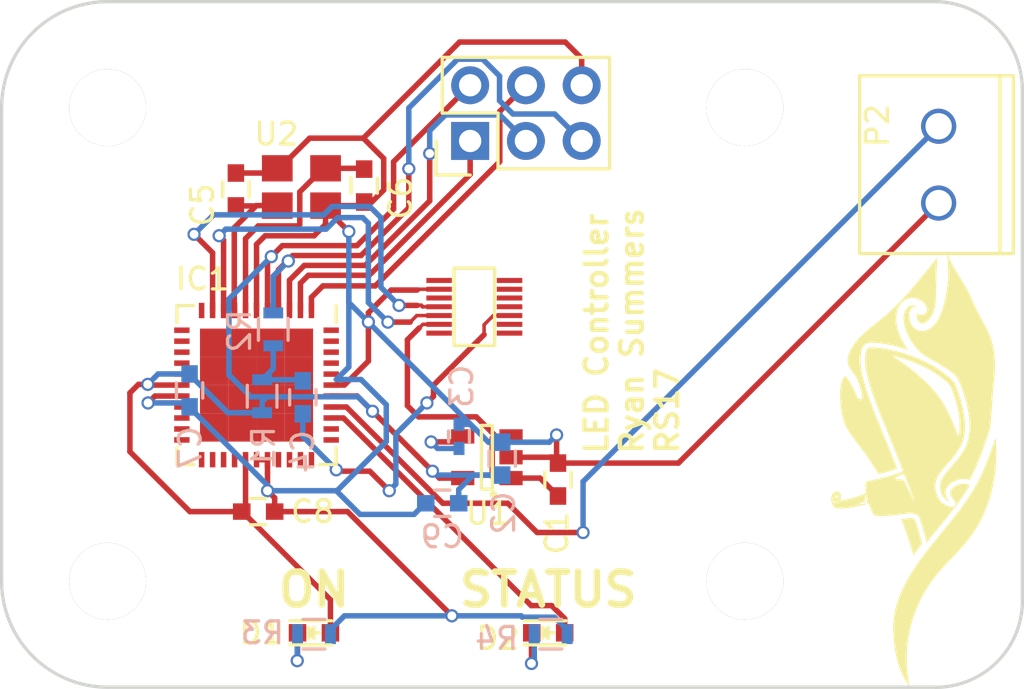
<source format=kicad_pcb>
(kicad_pcb (version 4) (host pcbnew 4.0.4+e1-6308~48~ubuntu14.04.1-stable)

  (general
    (links 0)
    (no_connects 0)
    (area 126.840999 126.840999 173.561607 158.515)
    (thickness 1.6)
    (drawings 11)
    (tracks 297)
    (zones 0)
    (modules 26)
    (nets 19)
  )

  (page A4)
  (layers
    (0 F.Cu signal)
    (31 B.Cu signal)
    (32 B.Adhes user)
    (33 F.Adhes user)
    (34 B.Paste user)
    (35 F.Paste user)
    (36 B.SilkS user)
    (37 F.SilkS user)
    (38 B.Mask user)
    (39 F.Mask user)
    (40 Dwgs.User user)
    (41 Cmts.User user)
    (42 Eco1.User user)
    (43 Eco2.User user)
    (44 Edge.Cuts user)
    (45 Margin user)
    (46 B.CrtYd user)
    (47 F.CrtYd user)
    (48 B.Fab user)
    (49 F.Fab user)
  )

  (setup
    (last_trace_width 0.25)
    (trace_clearance 0.16)
    (zone_clearance 0.508)
    (zone_45_only no)
    (trace_min 0.1524)
    (segment_width 0.2)
    (edge_width 0.15)
    (via_size 0.6)
    (via_drill 0.4)
    (via_min_size 0.508)
    (via_min_drill 0.3302)
    (uvia_size 0.3)
    (uvia_drill 0.1)
    (uvias_allowed no)
    (uvia_min_size 0)
    (uvia_min_drill 0)
    (pcb_text_width 0.3)
    (pcb_text_size 1.5 1.5)
    (mod_edge_width 0.15)
    (mod_text_size 1 1)
    (mod_text_width 0.15)
    (pad_size 1.524 1.524)
    (pad_drill 0.762)
    (pad_to_mask_clearance 0)
    (aux_axis_origin 0 0)
    (visible_elements FFFEFF7F)
    (pcbplotparams
      (layerselection 0x00030_80000001)
      (usegerberextensions false)
      (excludeedgelayer true)
      (linewidth 0.100000)
      (plotframeref false)
      (viasonmask false)
      (mode 1)
      (useauxorigin false)
      (hpglpennumber 1)
      (hpglpenspeed 20)
      (hpglpendiameter 15)
      (hpglpenoverlay 2)
      (psnegative false)
      (psa4output false)
      (plotreference true)
      (plotvalue true)
      (plotinvisibletext false)
      (padsonsilk false)
      (subtractmaskfromsilk false)
      (outputformat 1)
      (mirror false)
      (drillshape 1)
      (scaleselection 1)
      (outputdirectory ""))
  )

  (net 0 "")
  (net 1 +5V)
  (net 2 GND)
  (net 3 +3V3)
  (net 4 "Net-(C3-Pad1)")
  (net 5 "Net-(C5-Pad1)")
  (net 6 /Sheet580A8768/MOSI)
  (net 7 /Sheet580A8768/MISO)
  (net 8 /Sheet580A8768/SCK)
  (net 9 /Sheet580A8768/~RST)
  (net 10 /DTR)
  (net 11 "Net-(C4-Pad1)")
  (net 12 "Net-(D1-Pad1)")
  (net 13 /Sheet580A8768/DBG_LED)
  (net 14 "Net-(D2-Pad1)")
  (net 15 /TX_CPU)
  (net 16 /RX_CPU)
  (net 17 /signal)
  (net 18 "Net-(C6-Pad1)")

  (net_class Default "This is the default net class."
    (clearance 0.16)
    (trace_width 0.25)
    (via_dia 0.6)
    (via_drill 0.4)
    (uvia_dia 0.3)
    (uvia_drill 0.1)
    (add_net +3V3)
    (add_net +5V)
    (add_net /DTR)
    (add_net /RX_CPU)
    (add_net /Sheet580A8768/DBG_LED)
    (add_net /Sheet580A8768/MISO)
    (add_net /Sheet580A8768/MOSI)
    (add_net /Sheet580A8768/SCK)
    (add_net /Sheet580A8768/~RST)
    (add_net /TX_CPU)
    (add_net /signal)
    (add_net GND)
    (add_net "Net-(C3-Pad1)")
    (add_net "Net-(C4-Pad1)")
    (add_net "Net-(C5-Pad1)")
    (add_net "Net-(C6-Pad1)")
    (add_net "Net-(D1-Pad1)")
    (add_net "Net-(D2-Pad1)")
  )

  (module Capacitors_SMD:C_0603 (layer F.Cu) (tedit 5415D631) (tstamp 580A91A1)
    (at 152.3365 148.7805 90)
    (descr "Capacitor SMD 0603, reflow soldering, AVX (see smccp.pdf)")
    (tags "capacitor 0603")
    (path /580B07FA)
    (attr smd)
    (fp_text reference C1 (at -2.4391 -0.0508 90) (layer F.SilkS)
      (effects (font (size 1 1) (thickness 0.15)))
    )
    (fp_text value 1uF (at 0 1.9 90) (layer F.Fab)
      (effects (font (size 1 1) (thickness 0.15)))
    )
    (fp_line (start -0.8 0.4) (end -0.8 -0.4) (layer F.Fab) (width 0.15))
    (fp_line (start 0.8 0.4) (end -0.8 0.4) (layer F.Fab) (width 0.15))
    (fp_line (start 0.8 -0.4) (end 0.8 0.4) (layer F.Fab) (width 0.15))
    (fp_line (start -0.8 -0.4) (end 0.8 -0.4) (layer F.Fab) (width 0.15))
    (fp_line (start -1.45 -0.75) (end 1.45 -0.75) (layer F.CrtYd) (width 0.05))
    (fp_line (start -1.45 0.75) (end 1.45 0.75) (layer F.CrtYd) (width 0.05))
    (fp_line (start -1.45 -0.75) (end -1.45 0.75) (layer F.CrtYd) (width 0.05))
    (fp_line (start 1.45 -0.75) (end 1.45 0.75) (layer F.CrtYd) (width 0.05))
    (fp_line (start -0.35 -0.6) (end 0.35 -0.6) (layer F.SilkS) (width 0.15))
    (fp_line (start 0.35 0.6) (end -0.35 0.6) (layer F.SilkS) (width 0.15))
    (pad 1 smd rect (at -0.75 0 90) (size 0.8 0.75) (layers F.Cu F.Paste F.Mask)
      (net 1 +5V))
    (pad 2 smd rect (at 0.75 0 90) (size 0.8 0.75) (layers F.Cu F.Paste F.Mask)
      (net 2 GND))
    (model Capacitors_SMD.3dshapes/C_0603.wrl
      (at (xyz 0 0 0))
      (scale (xyz 1 1 1))
      (rotate (xyz 0 0 0))
    )
  )

  (module Capacitors_SMD:C_0603 (layer B.Cu) (tedit 5415D631) (tstamp 580A91B1)
    (at 149.7965 147.828 90)
    (descr "Capacitor SMD 0603, reflow soldering, AVX (see smccp.pdf)")
    (tags "capacitor 0603")
    (path /580B09AF)
    (attr smd)
    (fp_text reference C2 (at -2.4765 0.0635 90) (layer B.SilkS)
      (effects (font (size 1 1) (thickness 0.15)) (justify mirror))
    )
    (fp_text value 2.2uF (at 0 -1.9 90) (layer B.Fab)
      (effects (font (size 1 1) (thickness 0.15)) (justify mirror))
    )
    (fp_line (start -0.8 -0.4) (end -0.8 0.4) (layer B.Fab) (width 0.15))
    (fp_line (start 0.8 -0.4) (end -0.8 -0.4) (layer B.Fab) (width 0.15))
    (fp_line (start 0.8 0.4) (end 0.8 -0.4) (layer B.Fab) (width 0.15))
    (fp_line (start -0.8 0.4) (end 0.8 0.4) (layer B.Fab) (width 0.15))
    (fp_line (start -1.45 0.75) (end 1.45 0.75) (layer B.CrtYd) (width 0.05))
    (fp_line (start -1.45 -0.75) (end 1.45 -0.75) (layer B.CrtYd) (width 0.05))
    (fp_line (start -1.45 0.75) (end -1.45 -0.75) (layer B.CrtYd) (width 0.05))
    (fp_line (start 1.45 0.75) (end 1.45 -0.75) (layer B.CrtYd) (width 0.05))
    (fp_line (start -0.35 0.6) (end 0.35 0.6) (layer B.SilkS) (width 0.15))
    (fp_line (start 0.35 -0.6) (end -0.35 -0.6) (layer B.SilkS) (width 0.15))
    (pad 1 smd rect (at -0.75 0 90) (size 0.8 0.75) (layers B.Cu B.Paste B.Mask)
      (net 3 +3V3))
    (pad 2 smd rect (at 0.75 0 90) (size 0.8 0.75) (layers B.Cu B.Paste B.Mask)
      (net 2 GND))
    (model Capacitors_SMD.3dshapes/C_0603.wrl
      (at (xyz 0 0 0))
      (scale (xyz 1 1 1))
      (rotate (xyz 0 0 0))
    )
  )

  (module Capacitors_SMD:C_0603 (layer B.Cu) (tedit 5415D631) (tstamp 580A91D1)
    (at 140.716 145.034 270)
    (descr "Capacitor SMD 0603, reflow soldering, AVX (see smccp.pdf)")
    (tags "capacitor 0603")
    (path /580A8769/57F7DBA7)
    (attr smd)
    (fp_text reference C4 (at 2.4765 0 270) (layer B.SilkS)
      (effects (font (size 1 1) (thickness 0.15)) (justify mirror))
    )
    (fp_text value 100nF (at 0 -1.9 270) (layer B.Fab)
      (effects (font (size 1 1) (thickness 0.15)) (justify mirror))
    )
    (fp_line (start -0.8 -0.4) (end -0.8 0.4) (layer B.Fab) (width 0.15))
    (fp_line (start 0.8 -0.4) (end -0.8 -0.4) (layer B.Fab) (width 0.15))
    (fp_line (start 0.8 0.4) (end 0.8 -0.4) (layer B.Fab) (width 0.15))
    (fp_line (start -0.8 0.4) (end 0.8 0.4) (layer B.Fab) (width 0.15))
    (fp_line (start -1.45 0.75) (end 1.45 0.75) (layer B.CrtYd) (width 0.05))
    (fp_line (start -1.45 -0.75) (end 1.45 -0.75) (layer B.CrtYd) (width 0.05))
    (fp_line (start -1.45 0.75) (end -1.45 -0.75) (layer B.CrtYd) (width 0.05))
    (fp_line (start 1.45 0.75) (end 1.45 -0.75) (layer B.CrtYd) (width 0.05))
    (fp_line (start -0.35 0.6) (end 0.35 0.6) (layer B.SilkS) (width 0.15))
    (fp_line (start 0.35 -0.6) (end -0.35 -0.6) (layer B.SilkS) (width 0.15))
    (pad 1 smd rect (at -0.75 0 270) (size 0.8 0.75) (layers B.Cu B.Paste B.Mask)
      (net 11 "Net-(C4-Pad1)"))
    (pad 2 smd rect (at 0.75 0 270) (size 0.8 0.75) (layers B.Cu B.Paste B.Mask)
      (net 10 /DTR))
    (model Capacitors_SMD.3dshapes/C_0603.wrl
      (at (xyz 0 0 0))
      (scale (xyz 1 1 1))
      (rotate (xyz 0 0 0))
    )
  )

  (module Capacitors_SMD:C_0603 (layer F.Cu) (tedit 5415D631) (tstamp 580A91E1)
    (at 137.668 135.5605 90)
    (descr "Capacitor SMD 0603, reflow soldering, AVX (see smccp.pdf)")
    (tags "capacitor 0603")
    (path /580A8769/57F80CAF)
    (attr smd)
    (fp_text reference C5 (at -0.7105 -1.524 90) (layer F.SilkS)
      (effects (font (size 1 1) (thickness 0.15)))
    )
    (fp_text value 18p (at 0 1.9 90) (layer F.Fab)
      (effects (font (size 1 1) (thickness 0.15)))
    )
    (fp_line (start -0.8 0.4) (end -0.8 -0.4) (layer F.Fab) (width 0.15))
    (fp_line (start 0.8 0.4) (end -0.8 0.4) (layer F.Fab) (width 0.15))
    (fp_line (start 0.8 -0.4) (end 0.8 0.4) (layer F.Fab) (width 0.15))
    (fp_line (start -0.8 -0.4) (end 0.8 -0.4) (layer F.Fab) (width 0.15))
    (fp_line (start -1.45 -0.75) (end 1.45 -0.75) (layer F.CrtYd) (width 0.05))
    (fp_line (start -1.45 0.75) (end 1.45 0.75) (layer F.CrtYd) (width 0.05))
    (fp_line (start -1.45 -0.75) (end -1.45 0.75) (layer F.CrtYd) (width 0.05))
    (fp_line (start 1.45 -0.75) (end 1.45 0.75) (layer F.CrtYd) (width 0.05))
    (fp_line (start -0.35 -0.6) (end 0.35 -0.6) (layer F.SilkS) (width 0.15))
    (fp_line (start 0.35 0.6) (end -0.35 0.6) (layer F.SilkS) (width 0.15))
    (pad 1 smd rect (at -0.75 0 90) (size 0.8 0.75) (layers F.Cu F.Paste F.Mask)
      (net 5 "Net-(C5-Pad1)"))
    (pad 2 smd rect (at 0.75 0 90) (size 0.8 0.75) (layers F.Cu F.Paste F.Mask)
      (net 2 GND))
    (model Capacitors_SMD.3dshapes/C_0603.wrl
      (at (xyz 0 0 0))
      (scale (xyz 1 1 1))
      (rotate (xyz 0 0 0))
    )
  )

  (module Housings_DFN_QFN:QFN-44-1EP_7x7mm_Pitch0.5mm (layer F.Cu) (tedit 54130A77) (tstamp 580A9231)
    (at 138.6078 144.4752 270)
    (descr "UK Package; 44-Lead Plastic QFN (7mm x 7mm); (see Linear Technology QFN_44_05-08-1763.pdf)")
    (tags "QFN 0.5")
    (path /580A8769/57F7CB80)
    (attr smd)
    (fp_text reference IC1 (at -4.8387 2.4638 360) (layer F.SilkS)
      (effects (font (size 1 1) (thickness 0.15)))
    )
    (fp_text value ATMEGA1284P-M (at 0 4.75 270) (layer F.Fab)
      (effects (font (size 1 1) (thickness 0.15)))
    )
    (fp_line (start -2.5 -3.5) (end 3.5 -3.5) (layer F.Fab) (width 0.15))
    (fp_line (start 3.5 -3.5) (end 3.5 3.5) (layer F.Fab) (width 0.15))
    (fp_line (start 3.5 3.5) (end -3.5 3.5) (layer F.Fab) (width 0.15))
    (fp_line (start -3.5 3.5) (end -3.5 -2.5) (layer F.Fab) (width 0.15))
    (fp_line (start -3.5 -2.5) (end -2.5 -3.5) (layer F.Fab) (width 0.15))
    (fp_line (start -4 -4) (end -4 4) (layer F.CrtYd) (width 0.05))
    (fp_line (start 4 -4) (end 4 4) (layer F.CrtYd) (width 0.05))
    (fp_line (start -4 -4) (end 4 -4) (layer F.CrtYd) (width 0.05))
    (fp_line (start -4 4) (end 4 4) (layer F.CrtYd) (width 0.05))
    (fp_line (start 3.625 -3.625) (end 3.625 -2.85) (layer F.SilkS) (width 0.15))
    (fp_line (start -3.625 3.625) (end -3.625 2.85) (layer F.SilkS) (width 0.15))
    (fp_line (start 3.625 3.625) (end 3.625 2.85) (layer F.SilkS) (width 0.15))
    (fp_line (start -3.625 -3.625) (end -2.85 -3.625) (layer F.SilkS) (width 0.15))
    (fp_line (start -3.625 3.625) (end -2.85 3.625) (layer F.SilkS) (width 0.15))
    (fp_line (start 3.625 3.625) (end 2.85 3.625) (layer F.SilkS) (width 0.15))
    (fp_line (start 3.625 -3.625) (end 2.85 -3.625) (layer F.SilkS) (width 0.15))
    (pad 1 smd rect (at -3.4 -2.5 270) (size 0.7 0.25) (layers F.Cu F.Paste F.Mask)
      (net 6 /Sheet580A8768/MOSI))
    (pad 2 smd rect (at -3.4 -2 270) (size 0.7 0.25) (layers F.Cu F.Paste F.Mask)
      (net 7 /Sheet580A8768/MISO))
    (pad 3 smd rect (at -3.4 -1.5 270) (size 0.7 0.25) (layers F.Cu F.Paste F.Mask)
      (net 8 /Sheet580A8768/SCK))
    (pad 4 smd rect (at -3.4 -1 270) (size 0.7 0.25) (layers F.Cu F.Paste F.Mask)
      (net 9 /Sheet580A8768/~RST))
    (pad 5 smd rect (at -3.4 -0.5 270) (size 0.7 0.25) (layers F.Cu F.Paste F.Mask)
      (net 3 +3V3))
    (pad 6 smd rect (at -3.4 0 270) (size 0.7 0.25) (layers F.Cu F.Paste F.Mask)
      (net 2 GND))
    (pad 7 smd rect (at -3.4 0.5 270) (size 0.7 0.25) (layers F.Cu F.Paste F.Mask)
      (net 18 "Net-(C6-Pad1)"))
    (pad 8 smd rect (at -3.4 1 270) (size 0.7 0.25) (layers F.Cu F.Paste F.Mask)
      (net 5 "Net-(C5-Pad1)"))
    (pad 9 smd rect (at -3.4 1.5 270) (size 0.7 0.25) (layers F.Cu F.Paste F.Mask)
      (net 15 /TX_CPU))
    (pad 10 smd rect (at -3.4 2 270) (size 0.7 0.25) (layers F.Cu F.Paste F.Mask)
      (net 16 /RX_CPU))
    (pad 11 smd rect (at -3.4 2.5 270) (size 0.7 0.25) (layers F.Cu F.Paste F.Mask))
    (pad 12 smd rect (at -2.5 3.4) (size 0.7 0.25) (layers F.Cu F.Paste F.Mask))
    (pad 13 smd rect (at -2 3.4) (size 0.7 0.25) (layers F.Cu F.Paste F.Mask))
    (pad 14 smd rect (at -1.5 3.4) (size 0.7 0.25) (layers F.Cu F.Paste F.Mask))
    (pad 15 smd rect (at -1 3.4) (size 0.7 0.25) (layers F.Cu F.Paste F.Mask))
    (pad 16 smd rect (at -0.5 3.4) (size 0.7 0.25) (layers F.Cu F.Paste F.Mask))
    (pad 17 smd rect (at 0 3.4) (size 0.7 0.25) (layers F.Cu F.Paste F.Mask)
      (net 3 +3V3))
    (pad 18 smd rect (at 0.5 3.4) (size 0.7 0.25) (layers F.Cu F.Paste F.Mask)
      (net 2 GND))
    (pad 19 smd rect (at 1 3.4) (size 0.7 0.25) (layers F.Cu F.Paste F.Mask))
    (pad 20 smd rect (at 1.5 3.4) (size 0.7 0.25) (layers F.Cu F.Paste F.Mask))
    (pad 21 smd rect (at 2 3.4) (size 0.7 0.25) (layers F.Cu F.Paste F.Mask))
    (pad 22 smd rect (at 2.5 3.4) (size 0.7 0.25) (layers F.Cu F.Paste F.Mask))
    (pad 23 smd rect (at 3.4 2.5 270) (size 0.7 0.25) (layers F.Cu F.Paste F.Mask))
    (pad 24 smd rect (at 3.4 2 270) (size 0.7 0.25) (layers F.Cu F.Paste F.Mask))
    (pad 25 smd rect (at 3.4 1.5 270) (size 0.7 0.25) (layers F.Cu F.Paste F.Mask))
    (pad 26 smd rect (at 3.4 1 270) (size 0.7 0.25) (layers F.Cu F.Paste F.Mask))
    (pad 27 smd rect (at 3.4 0.5 270) (size 0.7 0.25) (layers F.Cu F.Paste F.Mask)
      (net 3 +3V3))
    (pad 28 smd rect (at 3.4 0 270) (size 0.7 0.25) (layers F.Cu F.Paste F.Mask)
      (net 2 GND))
    (pad 29 smd rect (at 3.4 -0.5 270) (size 0.7 0.25) (layers F.Cu F.Paste F.Mask)
      (net 2 GND))
    (pad 30 smd rect (at 3.4 -1 270) (size 0.7 0.25) (layers F.Cu F.Paste F.Mask))
    (pad 31 smd rect (at 3.4 -1.5 270) (size 0.7 0.25) (layers F.Cu F.Paste F.Mask))
    (pad 32 smd rect (at 3.4 -2 270) (size 0.7 0.25) (layers F.Cu F.Paste F.Mask))
    (pad 33 smd rect (at 3.4 -2.5 270) (size 0.7 0.25) (layers F.Cu F.Paste F.Mask))
    (pad 34 smd rect (at 2.5 -3.4) (size 0.7 0.25) (layers F.Cu F.Paste F.Mask))
    (pad 35 smd rect (at 2 -3.4) (size 0.7 0.25) (layers F.Cu F.Paste F.Mask))
    (pad 36 smd rect (at 1.5 -3.4) (size 0.7 0.25) (layers F.Cu F.Paste F.Mask)
      (net 13 /Sheet580A8768/DBG_LED))
    (pad 37 smd rect (at 1 -3.4) (size 0.7 0.25) (layers F.Cu F.Paste F.Mask)
      (net 17 /signal))
    (pad 38 smd rect (at 0.5 -3.4) (size 0.7 0.25) (layers F.Cu F.Paste F.Mask)
      (net 3 +3V3))
    (pad 39 smd rect (at 0 -3.4) (size 0.7 0.25) (layers F.Cu F.Paste F.Mask)
      (net 2 GND))
    (pad 40 smd rect (at -0.5 -3.4) (size 0.7 0.25) (layers F.Cu F.Paste F.Mask))
    (pad 41 smd rect (at -1 -3.4) (size 0.7 0.25) (layers F.Cu F.Paste F.Mask))
    (pad 42 smd rect (at -1.5 -3.4) (size 0.7 0.25) (layers F.Cu F.Paste F.Mask))
    (pad 43 smd rect (at -2 -3.4) (size 0.7 0.25) (layers F.Cu F.Paste F.Mask))
    (pad 44 smd rect (at -2.5 -3.4) (size 0.7 0.25) (layers F.Cu F.Paste F.Mask))
    (pad 45 smd rect (at 1.93125 1.93125 270) (size 1.2875 1.2875) (layers F.Cu F.Paste F.Mask)
      (solder_paste_margin_ratio -0.2))
    (pad 45 smd rect (at 1.93125 0.64375 270) (size 1.2875 1.2875) (layers F.Cu F.Paste F.Mask)
      (solder_paste_margin_ratio -0.2))
    (pad 45 smd rect (at 1.93125 -0.64375 270) (size 1.2875 1.2875) (layers F.Cu F.Paste F.Mask)
      (solder_paste_margin_ratio -0.2))
    (pad 45 smd rect (at 1.93125 -1.93125 270) (size 1.2875 1.2875) (layers F.Cu F.Paste F.Mask)
      (solder_paste_margin_ratio -0.2))
    (pad 45 smd rect (at 0.64375 1.93125 270) (size 1.2875 1.2875) (layers F.Cu F.Paste F.Mask)
      (solder_paste_margin_ratio -0.2))
    (pad 45 smd rect (at 0.64375 0.64375 270) (size 1.2875 1.2875) (layers F.Cu F.Paste F.Mask)
      (solder_paste_margin_ratio -0.2))
    (pad 45 smd rect (at 0.64375 -0.64375 270) (size 1.2875 1.2875) (layers F.Cu F.Paste F.Mask)
      (solder_paste_margin_ratio -0.2))
    (pad 45 smd rect (at 0.64375 -1.93125 270) (size 1.2875 1.2875) (layers F.Cu F.Paste F.Mask)
      (solder_paste_margin_ratio -0.2))
    (pad 45 smd rect (at -0.64375 1.93125 270) (size 1.2875 1.2875) (layers F.Cu F.Paste F.Mask)
      (solder_paste_margin_ratio -0.2))
    (pad 45 smd rect (at -0.64375 0.64375 270) (size 1.2875 1.2875) (layers F.Cu F.Paste F.Mask)
      (solder_paste_margin_ratio -0.2))
    (pad 45 smd rect (at -0.64375 -0.64375 270) (size 1.2875 1.2875) (layers F.Cu F.Paste F.Mask)
      (solder_paste_margin_ratio -0.2))
    (pad 45 smd rect (at -0.64375 -1.93125 270) (size 1.2875 1.2875) (layers F.Cu F.Paste F.Mask)
      (solder_paste_margin_ratio -0.2))
    (pad 45 smd rect (at -1.93125 1.93125 270) (size 1.2875 1.2875) (layers F.Cu F.Paste F.Mask)
      (solder_paste_margin_ratio -0.2))
    (pad 45 smd rect (at -1.93125 0.64375 270) (size 1.2875 1.2875) (layers F.Cu F.Paste F.Mask)
      (solder_paste_margin_ratio -0.2))
    (pad 45 smd rect (at -1.93125 -0.64375 270) (size 1.2875 1.2875) (layers F.Cu F.Paste F.Mask)
      (solder_paste_margin_ratio -0.2))
    (pad 45 smd rect (at -1.93125 -1.93125 270) (size 1.2875 1.2875) (layers F.Cu F.Paste F.Mask)
      (solder_paste_margin_ratio -0.2))
    (model Housings_DFN_QFN.3dshapes/QFN-44-1EP_7x7mm_Pitch0.5mm.wrl
      (at (xyz 0 0 0))
      (scale (xyz 1 1 1))
      (rotate (xyz 0 0 0))
    )
  )

  (module Resistors_SMD:R_0603 (layer B.Cu) (tedit 5415CC62) (tstamp 580A9266)
    (at 138.8618 144.9832 90)
    (descr "Resistor SMD 0603, reflow soldering, Vishay (see dcrcw.pdf)")
    (tags "resistor 0603")
    (path /580A8769/57F7DC1C)
    (attr smd)
    (fp_text reference R1 (at -2.3495 0.0635 90) (layer B.SilkS)
      (effects (font (size 1 1) (thickness 0.15)) (justify mirror))
    )
    (fp_text value 10k (at 0 -1.9 90) (layer B.Fab)
      (effects (font (size 1 1) (thickness 0.15)) (justify mirror))
    )
    (fp_line (start -1.3 0.8) (end 1.3 0.8) (layer B.CrtYd) (width 0.05))
    (fp_line (start -1.3 -0.8) (end 1.3 -0.8) (layer B.CrtYd) (width 0.05))
    (fp_line (start -1.3 0.8) (end -1.3 -0.8) (layer B.CrtYd) (width 0.05))
    (fp_line (start 1.3 0.8) (end 1.3 -0.8) (layer B.CrtYd) (width 0.05))
    (fp_line (start 0.5 -0.675) (end -0.5 -0.675) (layer B.SilkS) (width 0.15))
    (fp_line (start -0.5 0.675) (end 0.5 0.675) (layer B.SilkS) (width 0.15))
    (pad 1 smd rect (at -0.75 0 90) (size 0.5 0.9) (layers B.Cu B.Paste B.Mask)
      (net 3 +3V3))
    (pad 2 smd rect (at 0.75 0 90) (size 0.5 0.9) (layers B.Cu B.Paste B.Mask)
      (net 11 "Net-(C4-Pad1)"))
    (model Resistors_SMD.3dshapes/R_0603.wrl
      (at (xyz 0 0 0))
      (scale (xyz 1 1 1))
      (rotate (xyz 0 0 0))
    )
  )

  (module Resistors_SMD:R_0603 (layer B.Cu) (tedit 5415CC62) (tstamp 580A9272)
    (at 139.3698 141.9352 270)
    (descr "Resistor SMD 0603, reflow soldering, Vishay (see dcrcw.pdf)")
    (tags "resistor 0603")
    (path /580A8769/57F7DC84)
    (attr smd)
    (fp_text reference R2 (at 0.0762 1.5367 270) (layer B.SilkS)
      (effects (font (size 1 1) (thickness 0.15)) (justify mirror))
    )
    (fp_text value 1k (at 0 -1.9 270) (layer B.Fab)
      (effects (font (size 1 1) (thickness 0.15)) (justify mirror))
    )
    (fp_line (start -1.3 0.8) (end 1.3 0.8) (layer B.CrtYd) (width 0.05))
    (fp_line (start -1.3 -0.8) (end 1.3 -0.8) (layer B.CrtYd) (width 0.05))
    (fp_line (start -1.3 0.8) (end -1.3 -0.8) (layer B.CrtYd) (width 0.05))
    (fp_line (start 1.3 0.8) (end 1.3 -0.8) (layer B.CrtYd) (width 0.05))
    (fp_line (start 0.5 -0.675) (end -0.5 -0.675) (layer B.SilkS) (width 0.15))
    (fp_line (start -0.5 0.675) (end 0.5 0.675) (layer B.SilkS) (width 0.15))
    (pad 1 smd rect (at -0.75 0 270) (size 0.5 0.9) (layers B.Cu B.Paste B.Mask)
      (net 9 /Sheet580A8768/~RST))
    (pad 2 smd rect (at 0.75 0 270) (size 0.5 0.9) (layers B.Cu B.Paste B.Mask)
      (net 11 "Net-(C4-Pad1)"))
    (model Resistors_SMD.3dshapes/R_0603.wrl
      (at (xyz 0 0 0))
      (scale (xyz 1 1 1))
      (rotate (xyz 0 0 0))
    )
  )

  (module Capacitors_SMD:C_0603 (layer F.Cu) (tedit 5415D631) (tstamp 580A9661)
    (at 143.51 135.382 270)
    (descr "Capacitor SMD 0603, reflow soldering, AVX (see smccp.pdf)")
    (tags "capacitor 0603")
    (path /580A8769/57F80CF6)
    (attr smd)
    (fp_text reference C6 (at 0.5715 -1.651 270) (layer F.SilkS)
      (effects (font (size 1 1) (thickness 0.15)))
    )
    (fp_text value 18p (at 0 1.9 270) (layer F.Fab)
      (effects (font (size 1 1) (thickness 0.15)))
    )
    (fp_line (start -0.8 0.4) (end -0.8 -0.4) (layer F.Fab) (width 0.15))
    (fp_line (start 0.8 0.4) (end -0.8 0.4) (layer F.Fab) (width 0.15))
    (fp_line (start 0.8 -0.4) (end 0.8 0.4) (layer F.Fab) (width 0.15))
    (fp_line (start -0.8 -0.4) (end 0.8 -0.4) (layer F.Fab) (width 0.15))
    (fp_line (start -1.45 -0.75) (end 1.45 -0.75) (layer F.CrtYd) (width 0.05))
    (fp_line (start -1.45 0.75) (end 1.45 0.75) (layer F.CrtYd) (width 0.05))
    (fp_line (start -1.45 -0.75) (end -1.45 0.75) (layer F.CrtYd) (width 0.05))
    (fp_line (start 1.45 -0.75) (end 1.45 0.75) (layer F.CrtYd) (width 0.05))
    (fp_line (start -0.35 -0.6) (end 0.35 -0.6) (layer F.SilkS) (width 0.15))
    (fp_line (start 0.35 0.6) (end -0.35 0.6) (layer F.SilkS) (width 0.15))
    (pad 1 smd rect (at -0.75 0 270) (size 0.8 0.75) (layers F.Cu F.Paste F.Mask)
      (net 18 "Net-(C6-Pad1)"))
    (pad 2 smd rect (at 0.75 0 270) (size 0.8 0.75) (layers F.Cu F.Paste F.Mask)
      (net 2 GND))
    (model Capacitors_SMD.3dshapes/C_0603.wrl
      (at (xyz 0 0 0))
      (scale (xyz 1 1 1))
      (rotate (xyz 0 0 0))
    )
  )

  (module Capacitors_SMD:C_0603 (layer B.Cu) (tedit 5415D631) (tstamp 580A9671)
    (at 135.5598 144.7172 270)
    (descr "Capacitor SMD 0603, reflow soldering, AVX (see smccp.pdf)")
    (tags "capacitor 0603")
    (path /580A8769/5826B503)
    (attr smd)
    (fp_text reference C7 (at 2.6155 -0.0254 270) (layer B.SilkS)
      (effects (font (size 1 1) (thickness 0.15)) (justify mirror))
    )
    (fp_text value 100n (at 0 -1.9 270) (layer B.Fab)
      (effects (font (size 1 1) (thickness 0.15)) (justify mirror))
    )
    (fp_line (start -0.8 -0.4) (end -0.8 0.4) (layer B.Fab) (width 0.15))
    (fp_line (start 0.8 -0.4) (end -0.8 -0.4) (layer B.Fab) (width 0.15))
    (fp_line (start 0.8 0.4) (end 0.8 -0.4) (layer B.Fab) (width 0.15))
    (fp_line (start -0.8 0.4) (end 0.8 0.4) (layer B.Fab) (width 0.15))
    (fp_line (start -1.45 0.75) (end 1.45 0.75) (layer B.CrtYd) (width 0.05))
    (fp_line (start -1.45 -0.75) (end 1.45 -0.75) (layer B.CrtYd) (width 0.05))
    (fp_line (start -1.45 0.75) (end -1.45 -0.75) (layer B.CrtYd) (width 0.05))
    (fp_line (start 1.45 0.75) (end 1.45 -0.75) (layer B.CrtYd) (width 0.05))
    (fp_line (start -0.35 0.6) (end 0.35 0.6) (layer B.SilkS) (width 0.15))
    (fp_line (start 0.35 -0.6) (end -0.35 -0.6) (layer B.SilkS) (width 0.15))
    (pad 1 smd rect (at -0.75 0 270) (size 0.8 0.75) (layers B.Cu B.Paste B.Mask)
      (net 3 +3V3))
    (pad 2 smd rect (at 0.75 0 270) (size 0.8 0.75) (layers B.Cu B.Paste B.Mask)
      (net 2 GND))
    (model Capacitors_SMD.3dshapes/C_0603.wrl
      (at (xyz 0 0 0))
      (scale (xyz 1 1 1))
      (rotate (xyz 0 0 0))
    )
  )

  (module Capacitors_SMD:C_0603 (layer F.Cu) (tedit 5415D631) (tstamp 58268AC9)
    (at 138.684 150.241)
    (descr "Capacitor SMD 0603, reflow soldering, AVX (see smccp.pdf)")
    (tags "capacitor 0603")
    (path /580A8769/5826B62A)
    (attr smd)
    (fp_text reference C8 (at 2.4765 0) (layer F.SilkS)
      (effects (font (size 1 1) (thickness 0.15)))
    )
    (fp_text value 100n (at 0 1.9) (layer F.Fab)
      (effects (font (size 1 1) (thickness 0.15)))
    )
    (fp_line (start -0.8 0.4) (end -0.8 -0.4) (layer F.Fab) (width 0.15))
    (fp_line (start 0.8 0.4) (end -0.8 0.4) (layer F.Fab) (width 0.15))
    (fp_line (start 0.8 -0.4) (end 0.8 0.4) (layer F.Fab) (width 0.15))
    (fp_line (start -0.8 -0.4) (end 0.8 -0.4) (layer F.Fab) (width 0.15))
    (fp_line (start -1.45 -0.75) (end 1.45 -0.75) (layer F.CrtYd) (width 0.05))
    (fp_line (start -1.45 0.75) (end 1.45 0.75) (layer F.CrtYd) (width 0.05))
    (fp_line (start -1.45 -0.75) (end -1.45 0.75) (layer F.CrtYd) (width 0.05))
    (fp_line (start 1.45 -0.75) (end 1.45 0.75) (layer F.CrtYd) (width 0.05))
    (fp_line (start -0.35 -0.6) (end 0.35 -0.6) (layer F.SilkS) (width 0.15))
    (fp_line (start 0.35 0.6) (end -0.35 0.6) (layer F.SilkS) (width 0.15))
    (pad 1 smd rect (at -0.75 0) (size 0.8 0.75) (layers F.Cu F.Paste F.Mask)
      (net 3 +3V3))
    (pad 2 smd rect (at 0.75 0) (size 0.8 0.75) (layers F.Cu F.Paste F.Mask)
      (net 2 GND))
    (model Capacitors_SMD.3dshapes/C_0603.wrl
      (at (xyz 0 0 0))
      (scale (xyz 1 1 1))
      (rotate (xyz 0 0 0))
    )
  )

  (module LEDs:LED_0603 (layer F.Cu) (tedit 55BDE255) (tstamp 58268ACF)
    (at 141.224 155.7655)
    (descr "LED 0603 smd package")
    (tags "LED led 0603 SMD smd SMT smt smdled SMDLED smtled SMTLED")
    (path /580A8769/58268390)
    (attr smd)
    (fp_text reference D1 (at -2.413 0) (layer F.SilkS)
      (effects (font (size 1 1) (thickness 0.15)))
    )
    (fp_text value LED (at 0 1.5) (layer F.Fab)
      (effects (font (size 1 1) (thickness 0.15)))
    )
    (fp_line (start -0.3 -0.2) (end -0.3 0.2) (layer F.Fab) (width 0.15))
    (fp_line (start -0.2 0) (end 0.1 -0.2) (layer F.Fab) (width 0.15))
    (fp_line (start 0.1 0.2) (end -0.2 0) (layer F.Fab) (width 0.15))
    (fp_line (start 0.1 -0.2) (end 0.1 0.2) (layer F.Fab) (width 0.15))
    (fp_line (start 0.8 0.4) (end -0.8 0.4) (layer F.Fab) (width 0.15))
    (fp_line (start 0.8 -0.4) (end 0.8 0.4) (layer F.Fab) (width 0.15))
    (fp_line (start -0.8 -0.4) (end 0.8 -0.4) (layer F.Fab) (width 0.15))
    (fp_line (start -0.8 0.4) (end -0.8 -0.4) (layer F.Fab) (width 0.15))
    (fp_line (start -1.1 0.55) (end 0.8 0.55) (layer F.SilkS) (width 0.15))
    (fp_line (start -1.1 -0.55) (end 0.8 -0.55) (layer F.SilkS) (width 0.15))
    (fp_line (start -0.2 0) (end 0.25 0) (layer F.SilkS) (width 0.15))
    (fp_line (start -0.25 -0.25) (end -0.25 0.25) (layer F.SilkS) (width 0.15))
    (fp_line (start -0.25 0) (end 0 -0.25) (layer F.SilkS) (width 0.15))
    (fp_line (start 0 -0.25) (end 0 0.25) (layer F.SilkS) (width 0.15))
    (fp_line (start 0 0.25) (end -0.25 0) (layer F.SilkS) (width 0.15))
    (fp_line (start 1.4 -0.75) (end 1.4 0.75) (layer F.CrtYd) (width 0.05))
    (fp_line (start 1.4 0.75) (end -1.4 0.75) (layer F.CrtYd) (width 0.05))
    (fp_line (start -1.4 0.75) (end -1.4 -0.75) (layer F.CrtYd) (width 0.05))
    (fp_line (start -1.4 -0.75) (end 1.4 -0.75) (layer F.CrtYd) (width 0.05))
    (pad 2 smd rect (at 0.7493 0 180) (size 0.79756 0.79756) (layers F.Cu F.Paste F.Mask)
      (net 3 +3V3))
    (pad 1 smd rect (at -0.7493 0 180) (size 0.79756 0.79756) (layers F.Cu F.Paste F.Mask)
      (net 12 "Net-(D1-Pad1)"))
    (model LEDs.3dshapes/LED_0603.wrl
      (at (xyz 0 0 0))
      (scale (xyz 1 1 1))
      (rotate (xyz 0 0 180))
    )
  )

  (module LEDs:LED_0603 (layer F.Cu) (tedit 55BDE255) (tstamp 58268AD5)
    (at 151.892 155.7655)
    (descr "LED 0603 smd package")
    (tags "LED led 0603 SMD smd SMT smt smdled SMDLED smtled SMTLED")
    (path /580A8769/58268C6C)
    (attr smd)
    (fp_text reference D2 (at -2.286 0.254) (layer F.SilkS)
      (effects (font (size 1 1) (thickness 0.15)))
    )
    (fp_text value LED (at 0 1.5) (layer F.Fab)
      (effects (font (size 1 1) (thickness 0.15)))
    )
    (fp_line (start -0.3 -0.2) (end -0.3 0.2) (layer F.Fab) (width 0.15))
    (fp_line (start -0.2 0) (end 0.1 -0.2) (layer F.Fab) (width 0.15))
    (fp_line (start 0.1 0.2) (end -0.2 0) (layer F.Fab) (width 0.15))
    (fp_line (start 0.1 -0.2) (end 0.1 0.2) (layer F.Fab) (width 0.15))
    (fp_line (start 0.8 0.4) (end -0.8 0.4) (layer F.Fab) (width 0.15))
    (fp_line (start 0.8 -0.4) (end 0.8 0.4) (layer F.Fab) (width 0.15))
    (fp_line (start -0.8 -0.4) (end 0.8 -0.4) (layer F.Fab) (width 0.15))
    (fp_line (start -0.8 0.4) (end -0.8 -0.4) (layer F.Fab) (width 0.15))
    (fp_line (start -1.1 0.55) (end 0.8 0.55) (layer F.SilkS) (width 0.15))
    (fp_line (start -1.1 -0.55) (end 0.8 -0.55) (layer F.SilkS) (width 0.15))
    (fp_line (start -0.2 0) (end 0.25 0) (layer F.SilkS) (width 0.15))
    (fp_line (start -0.25 -0.25) (end -0.25 0.25) (layer F.SilkS) (width 0.15))
    (fp_line (start -0.25 0) (end 0 -0.25) (layer F.SilkS) (width 0.15))
    (fp_line (start 0 -0.25) (end 0 0.25) (layer F.SilkS) (width 0.15))
    (fp_line (start 0 0.25) (end -0.25 0) (layer F.SilkS) (width 0.15))
    (fp_line (start 1.4 -0.75) (end 1.4 0.75) (layer F.CrtYd) (width 0.05))
    (fp_line (start 1.4 0.75) (end -1.4 0.75) (layer F.CrtYd) (width 0.05))
    (fp_line (start -1.4 0.75) (end -1.4 -0.75) (layer F.CrtYd) (width 0.05))
    (fp_line (start -1.4 -0.75) (end 1.4 -0.75) (layer F.CrtYd) (width 0.05))
    (pad 2 smd rect (at 0.7493 0 180) (size 0.79756 0.79756) (layers F.Cu F.Paste F.Mask)
      (net 13 /Sheet580A8768/DBG_LED))
    (pad 1 smd rect (at -0.7493 0 180) (size 0.79756 0.79756) (layers F.Cu F.Paste F.Mask)
      (net 14 "Net-(D2-Pad1)"))
    (model LEDs.3dshapes/LED_0603.wrl
      (at (xyz 0 0 0))
      (scale (xyz 1 1 1))
      (rotate (xyz 0 0 180))
    )
  )

  (module robosub_footprints:DF40C-10DP-Header (layer F.Cu) (tedit 5827EB8F) (tstamp 58268AD6)
    (at 148.5265 140.9065 90)
    (path /58267452)
    (fp_text reference P1 (at -2.794 0 180) (layer F.SilkS) hide
      (effects (font (size 1 1) (thickness 0.15)))
    )
    (fp_text value Mezzanine-Header (at 0 -3.302 90) (layer F.Fab)
      (effects (font (size 1 1) (thickness 0.15)))
    )
    (fp_line (start -1.76 0.925) (end 1.76 0.925) (layer F.SilkS) (width 0.15))
    (fp_line (start -1.76 -0.925) (end 1.76 -0.925) (layer F.SilkS) (width 0.15))
    (fp_line (start -1.76 -0.925) (end -1.76 0.925) (layer F.SilkS) (width 0.15))
    (fp_line (start 1.76 -0.925) (end 1.76 0.925) (layer F.SilkS) (width 0.15))
    (pad 5 smd rect (at 0 -1.605 180) (size 1.16 0.23) (layers F.Cu F.Paste F.Mask)
      (net 16 /RX_CPU))
    (pad 6 smd rect (at 0 1.605 180) (size 1.16 0.23) (layers F.Cu F.Paste F.Mask))
    (pad 8 smd rect (at 0.4 1.605 180) (size 1.16 0.23) (layers F.Cu F.Paste F.Mask))
    (pad 10 smd rect (at 0.8 1.605 180) (size 1.16 0.23) (layers F.Cu F.Paste F.Mask))
    (pad 4 smd rect (at -0.4 1.605 180) (size 1.16 0.23) (layers F.Cu F.Paste F.Mask)
      (net 10 /DTR))
    (pad 2 smd rect (at -0.8 1.605 180) (size 1.16 0.23) (layers F.Cu F.Paste F.Mask))
    (pad 3 smd rect (at -0.4 -1.605 180) (size 1.16 0.23) (layers F.Cu F.Paste F.Mask)
      (net 15 /TX_CPU))
    (pad ~ smd rect (at 1.2 1.605 180) (size 1.16 0.23) (layers F.Cu F.Paste F.Mask))
    (pad 7 smd rect (at 0.4 -1.605 180) (size 1.16 0.23) (layers F.Cu F.Paste F.Mask))
    (pad 9 smd rect (at 0.8 -1.605 180) (size 1.16 0.23) (layers F.Cu F.Paste F.Mask)
      (net 2 GND))
    (pad 1 smd rect (at -0.8 -1.605 180) (size 1.16 0.23) (layers F.Cu F.Paste F.Mask)
      (net 1 +5V))
    (pad ~ smd rect (at -1.2 -1.605 180) (size 1.16 0.23) (layers F.Cu F.Paste F.Mask))
    (pad ~ smd rect (at 1.2 -1.605 180) (size 1.16 0.23) (layers F.Cu F.Paste F.Mask))
    (pad ~ smd rect (at -1.2 1.605 180) (size 1.16 0.23) (layers F.Cu F.Paste F.Mask))
    (model ../../../../../../home/ryan/repositories/pcbs/lib/3d-parts/df40c-10dp.wrl
      (at (xyz 0.07000000000000001 -0.035 0.02))
      (scale (xyz 0.4 0.4 0.4))
      (rotate (xyz -90 0 90))
    )
  )

  (module Resistors_SMD:R_0603 (layer B.Cu) (tedit 5415CC62) (tstamp 58268AF0)
    (at 141.224 155.829)
    (descr "Resistor SMD 0603, reflow soldering, Vishay (see dcrcw.pdf)")
    (tags "resistor 0603")
    (path /580A8769/58268535)
    (attr smd)
    (fp_text reference R3 (at -2.3495 -0.0635) (layer B.SilkS)
      (effects (font (size 1 1) (thickness 0.15)) (justify mirror))
    )
    (fp_text value 65 (at 0 -1.9) (layer B.Fab)
      (effects (font (size 1 1) (thickness 0.15)) (justify mirror))
    )
    (fp_line (start -1.3 0.8) (end 1.3 0.8) (layer B.CrtYd) (width 0.05))
    (fp_line (start -1.3 -0.8) (end 1.3 -0.8) (layer B.CrtYd) (width 0.05))
    (fp_line (start -1.3 0.8) (end -1.3 -0.8) (layer B.CrtYd) (width 0.05))
    (fp_line (start 1.3 0.8) (end 1.3 -0.8) (layer B.CrtYd) (width 0.05))
    (fp_line (start 0.5 -0.675) (end -0.5 -0.675) (layer B.SilkS) (width 0.15))
    (fp_line (start -0.5 0.675) (end 0.5 0.675) (layer B.SilkS) (width 0.15))
    (pad 1 smd rect (at -0.75 0) (size 0.5 0.9) (layers B.Cu B.Paste B.Mask)
      (net 12 "Net-(D1-Pad1)"))
    (pad 2 smd rect (at 0.75 0) (size 0.5 0.9) (layers B.Cu B.Paste B.Mask)
      (net 2 GND))
    (model Resistors_SMD.3dshapes/R_0603.wrl
      (at (xyz 0 0 0))
      (scale (xyz 1 1 1))
      (rotate (xyz 0 0 0))
    )
  )

  (module Resistors_SMD:R_0603 (layer B.Cu) (tedit 5415CC62) (tstamp 58268AF6)
    (at 152.007 155.829)
    (descr "Resistor SMD 0603, reflow soldering, Vishay (see dcrcw.pdf)")
    (tags "resistor 0603")
    (path /580A8769/58268E36)
    (attr smd)
    (fp_text reference R4 (at -2.4645 0.1905) (layer B.SilkS)
      (effects (font (size 1 1) (thickness 0.15)) (justify mirror))
    )
    (fp_text value 65 (at 0 -1.9) (layer B.Fab)
      (effects (font (size 1 1) (thickness 0.15)) (justify mirror))
    )
    (fp_line (start -1.3 0.8) (end 1.3 0.8) (layer B.CrtYd) (width 0.05))
    (fp_line (start -1.3 -0.8) (end 1.3 -0.8) (layer B.CrtYd) (width 0.05))
    (fp_line (start -1.3 0.8) (end -1.3 -0.8) (layer B.CrtYd) (width 0.05))
    (fp_line (start 1.3 0.8) (end 1.3 -0.8) (layer B.CrtYd) (width 0.05))
    (fp_line (start 0.5 -0.675) (end -0.5 -0.675) (layer B.SilkS) (width 0.15))
    (fp_line (start -0.5 0.675) (end 0.5 0.675) (layer B.SilkS) (width 0.15))
    (pad 1 smd rect (at -0.75 0) (size 0.5 0.9) (layers B.Cu B.Paste B.Mask)
      (net 14 "Net-(D2-Pad1)"))
    (pad 2 smd rect (at 0.75 0) (size 0.5 0.9) (layers B.Cu B.Paste B.Mask)
      (net 2 GND))
    (model Resistors_SMD.3dshapes/R_0603.wrl
      (at (xyz 0 0 0))
      (scale (xyz 1 1 1))
      (rotate (xyz 0 0 0))
    )
  )

  (module robosub_footprints:DFN-4 (layer F.Cu) (tedit 5824CCF9) (tstamp 58268AFE)
    (at 140.6525 135.4455 180)
    (path /580A8769/5826A48B)
    (fp_text reference U2 (at 1.143 2.413 180) (layer F.SilkS)
      (effects (font (size 1 1) (thickness 0.15)))
    )
    (fp_text value TSX-3225 (at 0 -2.286 180) (layer F.Fab)
      (effects (font (size 1 1) (thickness 0.15)))
    )
    (pad 2 smd rect (at 1.1 0.85 180) (size 1.4 1.2) (layers F.Cu F.Paste F.Mask)
      (net 2 GND))
    (pad 1 smd rect (at -1.1 0.85 180) (size 1.4 1.2) (layers F.Cu F.Paste F.Mask)
      (net 18 "Net-(C6-Pad1)"))
    (pad 4 smd rect (at -1.1 -0.85 180) (size 1.4 1.2) (layers F.Cu F.Paste F.Mask)
      (net 2 GND))
    (pad 3 smd rect (at 1.1 -0.85 180) (size 1.4 1.2) (layers F.Cu F.Paste F.Mask)
      (net 5 "Net-(C5-Pad1)"))
    (model ../../../../../../home/ryan/repositories/pcbs/lib/3d-parts/ABM8G.wrl
      (at (xyz 0 0 0))
      (scale (xyz 400 400 400))
      (rotate (xyz 0 0 0))
    )
  )

  (module robosub_footprints:1.5mm-spacer (layer F.Cu) (tedit 58268E26) (tstamp 58268BD5)
    (at 131.826 153.416)
    (path /5826C2B8)
    (fp_text reference P4 (at -3.302 4.064) (layer F.SilkS) hide
      (effects (font (size 1 1) (thickness 0.15)))
    )
    (fp_text value Spacer (at 0 3.302) (layer F.Fab)
      (effects (font (size 1 1) (thickness 0.15)))
    )
    (fp_circle (center 0 0) (end 0 3.18) (layer Dwgs.User) (width 0.15))
    (fp_circle (center 0 0) (end 0 4.75) (layer Dwgs.User) (width 0.15))
    (pad "" thru_hole circle (at 0 0) (size 3.5 3.5) (drill 3.5) (layers *.Cu *.Mask F.SilkS))
    (model ../../../../../../home/ryan/repositories/pcbs/lib/3d-parts/spacer.wrl
      (at (xyz 0 0 0))
      (scale (xyz 0.4 0.4 0.4))
      (rotate (xyz 0 0 0))
    )
  )

  (module robosub_footprints:1.5mm-spacer (layer F.Cu) (tedit 58268E29) (tstamp 58268BDC)
    (at 131.826 131.826)
    (path /5826C200)
    (fp_text reference P5 (at -3.302 4.064) (layer F.SilkS) hide
      (effects (font (size 1 1) (thickness 0.15)))
    )
    (fp_text value Spacer (at 0 3.302) (layer F.Fab)
      (effects (font (size 1 1) (thickness 0.15)))
    )
    (fp_circle (center 0 0) (end 0 3.18) (layer Dwgs.User) (width 0.15))
    (fp_circle (center 0 0) (end 0 4.75) (layer Dwgs.User) (width 0.15))
    (pad "" thru_hole circle (at 0 0) (size 3.5 3.5) (drill 3.5) (layers *.Cu *.Mask F.SilkS))
    (model ../../../../../../home/ryan/repositories/pcbs/lib/3d-parts/spacer.wrl
      (at (xyz 0 0 0))
      (scale (xyz 0.4 0.4 0.4))
      (rotate (xyz 0 0 0))
    )
  )

  (module robosub_footprints:1.5mm-spacer (layer F.Cu) (tedit 58268E21) (tstamp 58268BE3)
    (at 160.8455 131.826)
    (path /5826C0DC)
    (fp_text reference P6 (at -3.302 4.064) (layer F.SilkS) hide
      (effects (font (size 1 1) (thickness 0.15)))
    )
    (fp_text value Spacer (at 0 3.302) (layer F.Fab)
      (effects (font (size 1 1) (thickness 0.15)))
    )
    (fp_circle (center 0 0) (end 0 3.18) (layer Dwgs.User) (width 0.15))
    (fp_circle (center 0 0) (end 0 4.75) (layer Dwgs.User) (width 0.15))
    (pad "" thru_hole circle (at 0 0) (size 3.5 3.5) (drill 3.5) (layers *.Cu *.Mask F.SilkS))
    (model ../../../../../../home/ryan/repositories/pcbs/lib/3d-parts/spacer.wrl
      (at (xyz 0 0 0))
      (scale (xyz 0.4 0.4 0.4))
      (rotate (xyz 0 0 0))
    )
  )

  (module Pin_Headers:Pin_Header_Straight_2x03 (layer F.Cu) (tedit 5827EBAC) (tstamp 58268BED)
    (at 148.336 133.35 90)
    (descr "Through hole pin header")
    (tags "pin header")
    (path /580A8769/57F7CD77)
    (fp_text reference P7 (at 0 -5.1 90) (layer F.SilkS) hide
      (effects (font (size 1 1) (thickness 0.15)))
    )
    (fp_text value CONN_02X03 (at 0 -3.1 90) (layer F.Fab)
      (effects (font (size 1 1) (thickness 0.15)))
    )
    (fp_line (start -1.27 1.27) (end -1.27 6.35) (layer F.SilkS) (width 0.15))
    (fp_line (start -1.55 -1.55) (end 0 -1.55) (layer F.SilkS) (width 0.15))
    (fp_line (start -1.75 -1.75) (end -1.75 6.85) (layer F.CrtYd) (width 0.05))
    (fp_line (start 4.3 -1.75) (end 4.3 6.85) (layer F.CrtYd) (width 0.05))
    (fp_line (start -1.75 -1.75) (end 4.3 -1.75) (layer F.CrtYd) (width 0.05))
    (fp_line (start -1.75 6.85) (end 4.3 6.85) (layer F.CrtYd) (width 0.05))
    (fp_line (start 1.27 -1.27) (end 1.27 1.27) (layer F.SilkS) (width 0.15))
    (fp_line (start 1.27 1.27) (end -1.27 1.27) (layer F.SilkS) (width 0.15))
    (fp_line (start -1.27 6.35) (end 3.81 6.35) (layer F.SilkS) (width 0.15))
    (fp_line (start 3.81 6.35) (end 3.81 1.27) (layer F.SilkS) (width 0.15))
    (fp_line (start -1.55 -1.55) (end -1.55 0) (layer F.SilkS) (width 0.15))
    (fp_line (start 3.81 -1.27) (end 1.27 -1.27) (layer F.SilkS) (width 0.15))
    (fp_line (start 3.81 1.27) (end 3.81 -1.27) (layer F.SilkS) (width 0.15))
    (pad 1 thru_hole rect (at 0 0 90) (size 1.7272 1.7272) (drill 1.016) (layers *.Cu *.Mask)
      (net 7 /Sheet580A8768/MISO))
    (pad 2 thru_hole oval (at 2.54 0 90) (size 1.7272 1.7272) (drill 1.016) (layers *.Cu *.Mask)
      (net 3 +3V3))
    (pad 3 thru_hole oval (at 0 2.54 90) (size 1.7272 1.7272) (drill 1.016) (layers *.Cu *.Mask)
      (net 8 /Sheet580A8768/SCK))
    (pad 4 thru_hole oval (at 2.54 2.54 90) (size 1.7272 1.7272) (drill 1.016) (layers *.Cu *.Mask)
      (net 6 /Sheet580A8768/MOSI))
    (pad 5 thru_hole oval (at 0 5.08 90) (size 1.7272 1.7272) (drill 1.016) (layers *.Cu *.Mask)
      (net 9 /Sheet580A8768/~RST))
    (pad 6 thru_hole oval (at 2.54 5.08 90) (size 1.7272 1.7272) (drill 1.016) (layers *.Cu *.Mask)
      (net 2 GND))
  )

  (module robosub_footprints:1.5mm-spacer (layer F.Cu) (tedit 58268E24) (tstamp 58268C61)
    (at 160.8455 153.416 270)
    (path /5826C36C)
    (fp_text reference P3 (at -3.302 4.064 270) (layer F.SilkS) hide
      (effects (font (size 1 1) (thickness 0.15)))
    )
    (fp_text value Spacer (at 0 3.302 270) (layer F.Fab)
      (effects (font (size 1 1) (thickness 0.15)))
    )
    (fp_circle (center 0 0) (end 0 3.18) (layer Dwgs.User) (width 0.15))
    (fp_circle (center 0 0) (end 0 4.75) (layer Dwgs.User) (width 0.15))
    (pad "" thru_hole circle (at 0 0 270) (size 3.5 3.5) (drill 3.5) (layers *.Cu *.Mask F.SilkS))
    (model ../../../../../../home/ryan/repositories/pcbs/lib/3d-parts/spacer.wrl
      (at (xyz 0 0 0))
      (scale (xyz 0.4 0.4 0.4))
      (rotate (xyz 0 0 0))
    )
  )

  (module robosub_footprints:Screw-Terminal-2-3.5mm (layer F.Cu) (tedit 58276E8B) (tstamp 5827E63E)
    (at 169.672 134.4295 270)
    (path /580AEA82)
    (fp_text reference P2 (at -1.778 2.794 270) (layer F.SilkS)
      (effects (font (size 1 1) (thickness 0.15)))
    )
    (fp_text value Conn (at 0 3.556 270) (layer F.Fab)
      (effects (font (size 1 1) (thickness 0.15)))
    )
    (fp_line (start 4.064 -2.794) (end -4.064 -2.794) (layer F.SilkS) (width 0.15))
    (fp_line (start 4.05 -3.4) (end 4.05 3.6) (layer F.SilkS) (width 0.15))
    (fp_line (start -4.05 3.6) (end 4.05 3.6) (layer F.SilkS) (width 0.15))
    (fp_line (start -4.05 -3.4) (end -4.05 3.6) (layer F.SilkS) (width 0.15))
    (fp_line (start 4.05 -3.4) (end -4.05 -3.4) (layer F.SilkS) (width 0.15))
    (pad 2 thru_hole circle (at 1.75 0 270) (size 1.6 1.6) (drill 1.2) (layers *.Cu *.Mask)
      (net 2 GND))
    (pad 1 thru_hole circle (at -1.75 0 270) (size 1.6 1.6) (drill 1.2) (layers *.Cu *.Mask)
      (net 17 /signal))
    (model ../../../../../../home/ryan/repositories/pcbs/lib/3d-parts/20020327c021b01lf.wrl
      (at (xyz 0 0 0.105))
      (scale (xyz 2.4 2.4 2.4))
      (rotate (xyz -90 0 90))
    )
  )

  (module Capacitors_SMD:C_0603 (layer B.Cu) (tedit 5415D631) (tstamp 5828038F)
    (at 147.066 149.86 180)
    (descr "Capacitor SMD 0603, reflow soldering, AVX (see smccp.pdf)")
    (tags "capacitor 0603")
    (path /580A8769/5826BCED)
    (attr smd)
    (fp_text reference C9 (at 0 -1.524 180) (layer B.SilkS)
      (effects (font (size 1 1) (thickness 0.15)) (justify mirror))
    )
    (fp_text value 4.7u (at 0 -1.9 180) (layer B.Fab)
      (effects (font (size 1 1) (thickness 0.15)) (justify mirror))
    )
    (fp_line (start -0.8 -0.4) (end -0.8 0.4) (layer B.Fab) (width 0.15))
    (fp_line (start 0.8 -0.4) (end -0.8 -0.4) (layer B.Fab) (width 0.15))
    (fp_line (start 0.8 0.4) (end 0.8 -0.4) (layer B.Fab) (width 0.15))
    (fp_line (start -0.8 0.4) (end 0.8 0.4) (layer B.Fab) (width 0.15))
    (fp_line (start -1.45 0.75) (end 1.45 0.75) (layer B.CrtYd) (width 0.05))
    (fp_line (start -1.45 -0.75) (end 1.45 -0.75) (layer B.CrtYd) (width 0.05))
    (fp_line (start -1.45 0.75) (end -1.45 -0.75) (layer B.CrtYd) (width 0.05))
    (fp_line (start 1.45 0.75) (end 1.45 -0.75) (layer B.CrtYd) (width 0.05))
    (fp_line (start -0.35 0.6) (end 0.35 0.6) (layer B.SilkS) (width 0.15))
    (fp_line (start 0.35 -0.6) (end -0.35 -0.6) (layer B.SilkS) (width 0.15))
    (pad 1 smd rect (at -0.75 0 180) (size 0.8 0.75) (layers B.Cu B.Paste B.Mask)
      (net 3 +3V3))
    (pad 2 smd rect (at 0.75 0 180) (size 0.8 0.75) (layers B.Cu B.Paste B.Mask)
      (net 2 GND))
    (model Capacitors_SMD.3dshapes/C_0603.wrl
      (at (xyz 0 0 0))
      (scale (xyz 1 1 1))
      (rotate (xyz 0 0 0))
    )
  )

  (module Capacitors_SMD:C_0402 (layer B.Cu) (tedit 5415D599) (tstamp 582804A0)
    (at 147.828 146.812 90)
    (descr "Capacitor SMD 0402, reflow soldering, AVX (see smccp.pdf)")
    (tags "capacitor 0402")
    (path /5828279D)
    (attr smd)
    (fp_text reference C3 (at 2.286 0.127 90) (layer B.SilkS)
      (effects (font (size 1 1) (thickness 0.15)) (justify mirror))
    )
    (fp_text value 100p (at 0 -1.7 90) (layer B.Fab)
      (effects (font (size 1 1) (thickness 0.15)) (justify mirror))
    )
    (fp_line (start -0.5 -0.25) (end -0.5 0.25) (layer B.Fab) (width 0.15))
    (fp_line (start 0.5 -0.25) (end -0.5 -0.25) (layer B.Fab) (width 0.15))
    (fp_line (start 0.5 0.25) (end 0.5 -0.25) (layer B.Fab) (width 0.15))
    (fp_line (start -0.5 0.25) (end 0.5 0.25) (layer B.Fab) (width 0.15))
    (fp_line (start -1.15 0.6) (end 1.15 0.6) (layer B.CrtYd) (width 0.05))
    (fp_line (start -1.15 -0.6) (end 1.15 -0.6) (layer B.CrtYd) (width 0.05))
    (fp_line (start -1.15 0.6) (end -1.15 -0.6) (layer B.CrtYd) (width 0.05))
    (fp_line (start 1.15 0.6) (end 1.15 -0.6) (layer B.CrtYd) (width 0.05))
    (fp_line (start 0.25 0.475) (end -0.25 0.475) (layer B.SilkS) (width 0.15))
    (fp_line (start -0.25 -0.475) (end 0.25 -0.475) (layer B.SilkS) (width 0.15))
    (pad 1 smd rect (at -0.55 0 90) (size 0.6 0.5) (layers B.Cu B.Paste B.Mask)
      (net 4 "Net-(C3-Pad1)"))
    (pad 2 smd rect (at 0.55 0 90) (size 0.6 0.5) (layers B.Cu B.Paste B.Mask)
      (net 2 GND))
    (model Capacitors_SMD.3dshapes/C_0402.wrl
      (at (xyz 0 0 0))
      (scale (xyz 1 1 1))
      (rotate (xyz 0 0 0))
    )
  )

  (module TO_SOT_Packages_SMD:SOT-23-5 (layer F.Cu) (tedit 55360473) (tstamp 582804AF)
    (at 149.098 147.7645 180)
    (descr "5-pin SOT23 package")
    (tags SOT-23-5)
    (path /5828204F)
    (attr smd)
    (fp_text reference U1 (at -0.05 -2.55 180) (layer F.SilkS)
      (effects (font (size 1 1) (thickness 0.15)))
    )
    (fp_text value AP2210 (at -0.05 2.35 180) (layer F.Fab)
      (effects (font (size 1 1) (thickness 0.15)))
    )
    (fp_line (start -1.8 -1.6) (end 1.8 -1.6) (layer F.CrtYd) (width 0.05))
    (fp_line (start 1.8 -1.6) (end 1.8 1.6) (layer F.CrtYd) (width 0.05))
    (fp_line (start 1.8 1.6) (end -1.8 1.6) (layer F.CrtYd) (width 0.05))
    (fp_line (start -1.8 1.6) (end -1.8 -1.6) (layer F.CrtYd) (width 0.05))
    (fp_circle (center -0.3 -1.7) (end -0.2 -1.7) (layer F.SilkS) (width 0.15))
    (fp_line (start 0.25 -1.45) (end -0.25 -1.45) (layer F.SilkS) (width 0.15))
    (fp_line (start 0.25 1.45) (end 0.25 -1.45) (layer F.SilkS) (width 0.15))
    (fp_line (start -0.25 1.45) (end 0.25 1.45) (layer F.SilkS) (width 0.15))
    (fp_line (start -0.25 -1.45) (end -0.25 1.45) (layer F.SilkS) (width 0.15))
    (pad 1 smd rect (at -1.1 -0.95 180) (size 1.06 0.65) (layers F.Cu F.Paste F.Mask)
      (net 1 +5V))
    (pad 2 smd rect (at -1.1 0 180) (size 1.06 0.65) (layers F.Cu F.Paste F.Mask)
      (net 2 GND))
    (pad 3 smd rect (at -1.1 0.95 180) (size 1.06 0.65) (layers F.Cu F.Paste F.Mask)
      (net 1 +5V))
    (pad 4 smd rect (at 1.1 0.95 180) (size 1.06 0.65) (layers F.Cu F.Paste F.Mask)
      (net 4 "Net-(C3-Pad1)"))
    (pad 5 smd rect (at 1.1 -0.95 180) (size 1.06 0.65) (layers F.Cu F.Paste F.Mask)
      (net 3 +3V3))
    (model TO_SOT_Packages_SMD.3dshapes/SOT-23-5.wrl
      (at (xyz 0 0 0))
      (scale (xyz 1 1 1))
      (rotate (xyz 0 0 0))
    )
  )

  (module robosub_footprints:robosub_logo-large (layer F.Cu) (tedit 0) (tstamp 58291907)
    (at 168.783 148.209 90)
    (fp_text reference G*** (at 0 0 90) (layer F.SilkS) hide
      (effects (font (thickness 0.3)))
    )
    (fp_text value LOGO (at 0.75 0 90) (layer F.SilkS) hide
      (effects (font (thickness 0.3)))
    )
    (fp_poly (pts (xy -7.261044 -1.173558) (xy -7.216409 -1.173151) (xy -7.176417 -1.172342) (xy -7.139394 -1.171046)
      (xy -7.103663 -1.169181) (xy -7.067549 -1.166662) (xy -7.029374 -1.163407) (xy -6.987463 -1.15933)
      (xy -6.953069 -1.155737) (xy -6.798723 -1.135898) (xy -6.643232 -1.109171) (xy -6.486482 -1.075507)
      (xy -6.328358 -1.034861) (xy -6.168746 -0.987184) (xy -6.00753 -0.93243) (xy -5.844595 -0.870552)
      (xy -5.679828 -0.801502) (xy -5.513113 -0.725234) (xy -5.344336 -0.641699) (xy -5.173382 -0.550852)
      (xy -5.000137 -0.452644) (xy -4.824485 -0.347029) (xy -4.646312 -0.23396) (xy -4.54 -0.16376)
      (xy -4.473866 -0.119145) (xy -4.408044 -0.074063) (xy -4.34216 -0.028229) (xy -4.275843 0.018641)
      (xy -4.208721 0.066833) (xy -4.140419 0.116631) (xy -4.070568 0.168321) (xy -3.998793 0.222186)
      (xy -3.924722 0.278513) (xy -3.847983 0.337585) (xy -3.768204 0.399689) (xy -3.685012 0.465108)
      (xy -3.598035 0.534128) (xy -3.506899 0.607033) (xy -3.411234 0.684109) (xy -3.310665 0.76564)
      (xy -3.204821 0.851911) (xy -3.1 0.937735) (xy -3.00952 1.011928) (xy -2.924831 1.081296)
      (xy -2.845576 1.146127) (xy -2.771393 1.20671) (xy -2.701924 1.263332) (xy -2.636809 1.316283)
      (xy -2.575688 1.36585) (xy -2.518201 1.412322) (xy -2.463989 1.455987) (xy -2.412692 1.497134)
      (xy -2.36395 1.536051) (xy -2.317403 1.573027) (xy -2.272692 1.608349) (xy -2.229457 1.642306)
      (xy -2.187339 1.675187) (xy -2.145977 1.70728) (xy -2.105012 1.738873) (xy -2.064084 1.770255)
      (xy -2.022834 1.801713) (xy -2.012 1.809949) (xy -1.885049 1.905148) (xy -1.75763 1.998236)
      (xy -1.630439 2.088745) (xy -1.504173 2.176209) (xy -1.37953 2.26016) (xy -1.257207 2.34013)
      (xy -1.1379 2.415652) (xy -1.022306 2.486258) (xy -0.911122 2.551481) (xy -0.88 2.569211)
      (xy -0.786719 2.620795) (xy -0.68703 2.67369) (xy -0.582278 2.727222) (xy -0.473806 2.780721)
      (xy -0.362959 2.833516) (xy -0.25108 2.884933) (xy -0.223726 2.897217) (xy -0.137439 2.935197)
      (xy -0.046941 2.973869) (xy 0.048098 3.01336) (xy 0.148007 3.053796) (xy 0.253115 3.095303)
      (xy 0.363753 3.138007) (xy 0.480248 3.182034) (xy 0.60293 3.227512) (xy 0.732129 3.274564)
      (xy 0.868175 3.323319) (xy 1.011395 3.373902) (xy 1.116 3.410432) (xy 1.150846 3.42255)
      (xy 1.183459 3.433895) (xy 1.213041 3.444188) (xy 1.238793 3.453153) (xy 1.259918 3.460511)
      (xy 1.275618 3.465985) (xy 1.285097 3.469297) (xy 1.287572 3.470169) (xy 1.291477 3.472956)
      (xy 1.291242 3.474091) (xy 1.28623 3.475429) (xy 1.274016 3.477113) (xy 1.25539 3.479086)
      (xy 1.231138 3.481295) (xy 1.202051 3.483685) (xy 1.168915 3.4862) (xy 1.132519 3.488786)
      (xy 1.093653 3.49139) (xy 1.053103 3.493955) (xy 1.01166 3.496427) (xy 0.97011 3.498751)
      (xy 0.929242 3.500874) (xy 0.889846 3.502739) (xy 0.86 3.504006) (xy 0.829138 3.504998)
      (xy 0.791569 3.505807) (xy 0.748582 3.506436) (xy 0.701466 3.506884) (xy 0.651511 3.507152)
      (xy 0.600008 3.507242) (xy 0.548247 3.507152) (xy 0.497516 3.506886) (xy 0.449106 3.506442)
      (xy 0.404307 3.505822) (xy 0.364409 3.505026) (xy 0.330701 3.504054) (xy 0.322 3.503729)
      (xy 0.097961 3.4913) (xy -0.124556 3.471964) (xy -0.345248 3.445803) (xy -0.563813 3.412897)
      (xy -0.779948 3.373328) (xy -0.99335 3.327177) (xy -1.203716 3.274524) (xy -1.410742 3.215451)
      (xy -1.614127 3.150037) (xy -1.813567 3.078365) (xy -2.00876 3.000515) (xy -2.199401 2.916568)
      (xy -2.38519 2.826605) (xy -2.56 2.733935) (xy -2.6526 2.681628) (xy -2.741593 2.629175)
      (xy -2.828195 2.575769) (xy -2.913619 2.520603) (xy -2.999079 2.462868) (xy -3.085791 2.401757)
      (xy -3.174968 2.336463) (xy -3.267824 2.266179) (xy -3.296 2.244448) (xy -3.344157 2.206941)
      (xy -3.390333 2.170488) (xy -3.435047 2.13463) (xy -3.478819 2.098908) (xy -3.522168 2.062861)
      (xy -3.565614 2.026029) (xy -3.609676 1.987953) (xy -3.654873 1.948173) (xy -3.701725 1.906229)
      (xy -3.750752 1.861662) (xy -3.802472 1.814011) (xy -3.857406 1.762816) (xy -3.916072 1.707619)
      (xy -3.97899 1.647958) (xy -4.04668 1.583375) (xy -4.093756 1.538277) (xy -4.163558 1.471379)
      (xy -4.228079 1.409689) (xy -4.287749 1.352819) (xy -4.343001 1.300377) (xy -4.394267 1.251973)
      (xy -4.441978 1.207217) (xy -4.486567 1.165718) (xy -4.528466 1.127087) (xy -4.568106 1.090933)
      (xy -4.60592 1.056866) (xy -4.642338 1.024495) (xy -4.677794 0.993431) (xy -4.712719 0.963283)
      (xy -4.747545 0.93366) (xy -4.782704 0.904172) (xy -4.818628 0.87443) (xy -4.855748 0.844043)
      (xy -4.894497 0.81262) (xy -4.916 0.795285) (xy -5.039476 0.69779) (xy -5.160011 0.606509)
      (xy -5.278692 0.520743) (xy -5.396605 0.439791) (xy -5.514833 0.362954) (xy -5.634462 0.289532)
      (xy -5.756578 0.218826) (xy -5.882266 0.150135) (xy -6.012611 0.08276) (xy -6.05 0.06408)
      (xy -6.24818 -0.029849) (xy -6.449086 -0.116429) (xy -6.652488 -0.195615) (xy -6.858154 -0.267361)
      (xy -7.065852 -0.331622) (xy -7.27535 -0.388351) (xy -7.486415 -0.437504) (xy -7.698817 -0.479034)
      (xy -7.912323 -0.512895) (xy -8.126702 -0.539043) (xy -8.341721 -0.557431) (xy -8.557149 -0.568014)
      (xy -8.772754 -0.570745) (xy -8.988303 -0.56558) (xy -9.186 -0.553842) (xy -9.356537 -0.538091)
      (xy -9.527748 -0.516962) (xy -9.697133 -0.4908) (xy -9.854113 -0.461592) (xy -9.887651 -0.454824)
      (xy -9.914171 -0.449538) (xy -9.934491 -0.445601) (xy -9.949427 -0.442884) (xy -9.959799 -0.441257)
      (xy -9.966424 -0.440589) (xy -9.97012 -0.440749) (xy -9.971703 -0.441607) (xy -9.972001 -0.442778)
      (xy -9.968668 -0.448848) (xy -9.959015 -0.458678) (xy -9.943555 -0.471873) (xy -9.922804 -0.488038)
      (xy -9.897278 -0.506779) (xy -9.86749 -0.527699) (xy -9.833956 -0.550405) (xy -9.81746 -0.56131)
      (xy -9.694822 -0.637286) (xy -9.565979 -0.708329) (xy -9.431063 -0.774391) (xy -9.290206 -0.835423)
      (xy -9.143538 -0.891377) (xy -8.991193 -0.942205) (xy -8.8333 -0.987858) (xy -8.669991 -1.028287)
      (xy -8.501399 -1.063444) (xy -8.410964 -1.07975) (xy -8.263748 -1.10291) (xy -8.111218 -1.123098)
      (xy -7.955353 -1.140147) (xy -7.798134 -1.153887) (xy -7.641539 -1.164148) (xy -7.48755 -1.170763)
      (xy -7.338145 -1.173561) (xy -7.312 -1.173646) (xy -7.261044 -1.173558)) (layer F.SilkS) (width 0.01))
    (fp_poly (pts (xy 6.83964 -0.701523) (xy 6.915379 -0.692123) (xy 6.988567 -0.676261) (xy 7.058336 -0.654094)
      (xy 7.123812 -0.625776) (xy 7.136 -0.619555) (xy 7.170853 -0.599629) (xy 7.205302 -0.576846)
      (xy 7.238273 -0.552139) (xy 7.268693 -0.526441) (xy 7.295486 -0.500687) (xy 7.31758 -0.475808)
      (xy 7.333899 -0.452739) (xy 7.339189 -0.442957) (xy 7.355834 -0.39904) (xy 7.365201 -0.352717)
      (xy 7.367241 -0.305011) (xy 7.361904 -0.256943) (xy 7.350348 -0.213024) (xy 7.34284 -0.192798)
      (xy 7.334521 -0.173358) (xy 7.326408 -0.156907) (xy 7.319519 -0.145651) (xy 7.318869 -0.144811)
      (xy 7.314101 -0.142318) (xy 7.310355 -0.146759) (xy 7.308279 -0.15708) (xy 7.308061 -0.162488)
      (xy 7.306609 -0.17617) (xy 7.302766 -0.195074) (xy 7.297147 -0.217009) (xy 7.290369 -0.239786)
      (xy 7.283048 -0.261212) (xy 7.2758 -0.279097) (xy 7.274457 -0.281966) (xy 7.253273 -0.316963)
      (xy 7.22517 -0.349083) (xy 7.190854 -0.377875) (xy 7.151029 -0.402888) (xy 7.106402 -0.423671)
      (xy 7.057675 -0.439773) (xy 7.012295 -0.449658) (xy 6.985529 -0.452943) (xy 6.95326 -0.454984)
      (xy 6.917885 -0.455775) (xy 6.881804 -0.455311) (xy 6.847416 -0.453585) (xy 6.817121 -0.450593)
      (xy 6.813763 -0.450133) (xy 6.786898 -0.445797) (xy 6.756061 -0.439976) (xy 6.723199 -0.433113)
      (xy 6.690259 -0.42565) (xy 6.659188 -0.41803) (xy 6.631931 -0.410696) (xy 6.610437 -0.404092)
      (xy 6.60865 -0.403478) (xy 6.547927 -0.378538) (xy 6.489152 -0.346937) (xy 6.433377 -0.309492)
      (xy 6.381653 -0.267023) (xy 6.335032 -0.220349) (xy 6.294564 -0.170288) (xy 6.278082 -0.146)
      (xy 6.247645 -0.092079) (xy 6.22291 -0.035126) (xy 6.204677 0.022866) (xy 6.197801 0.054)
      (xy 6.193885 0.084475) (xy 6.192175 0.120161) (xy 6.192583 0.158604) (xy 6.19502 0.197348)
      (xy 6.199399 0.233941) (xy 6.205371 0.264867) (xy 6.226675 0.335784) (xy 6.255754 0.405092)
      (xy 6.292524 0.472665) (xy 6.336898 0.538376) (xy 6.388793 0.6021) (xy 6.448122 0.663712)
      (xy 6.514799 0.723085) (xy 6.518 0.725725) (xy 6.556789 0.756785) (xy 6.593668 0.784384)
      (xy 6.630261 0.809549) (xy 6.66819 0.833303) (xy 6.709081 0.856669) (xy 6.754556 0.880674)
      (xy 6.798 0.902329) (xy 6.893016 0.946955) (xy 6.989521 0.988702) (xy 7.088064 1.027719)
      (xy 7.189194 1.064153) (xy 7.29346 1.09815) (xy 7.40141 1.129857) (xy 7.513594 1.159422)
      (xy 7.63056 1.186992) (xy 7.752858 1.212713) (xy 7.881036 1.236733) (xy 8.015644 1.259198)
      (xy 8.15723 1.280256) (xy 8.262 1.294395) (xy 8.319598 1.301839) (xy 8.370232 1.308289)
      (xy 8.414868 1.313815) (xy 8.454471 1.318488) (xy 8.490007 1.322377) (xy 8.52244 1.325553)
      (xy 8.552735 1.328083) (xy 8.581859 1.33004) (xy 8.610777 1.331491) (xy 8.640453 1.332508)
      (xy 8.671854 1.33316) (xy 8.705944 1.333516) (xy 8.74369 1.333647) (xy 8.786055 1.333623)
      (xy 8.804 1.333586) (xy 8.840625 1.33347) (xy 8.874133 1.33327) (xy 8.905315 1.332949)
      (xy 8.934967 1.332471) (xy 8.96388 1.331796) (xy 8.992849 1.330889) (xy 9.022665 1.329711)
      (xy 9.054124 1.328225) (xy 9.088017 1.326394) (xy 9.125138 1.32418) (xy 9.166281 1.321546)
      (xy 9.212238 1.318455) (xy 9.263803 1.314868) (xy 9.32177 1.310749) (xy 9.386 1.306127)
      (xy 9.425819 1.303267) (xy 9.464698 1.300505) (xy 9.501596 1.297913) (xy 9.535473 1.295562)
      (xy 9.565289 1.293525) (xy 9.590003 1.291873) (xy 9.608576 1.290678) (xy 9.618 1.290116)
      (xy 9.638432 1.28888) (xy 9.658178 1.2875) (xy 9.674489 1.286176) (xy 9.682 1.285435)
      (xy 9.692144 1.284605) (xy 9.697244 1.285098) (xy 9.6969 1.287158) (xy 9.690711 1.291032)
      (xy 9.678276 1.296963) (xy 9.659196 1.305196) (xy 9.633069 1.315976) (xy 9.63 1.317226)
      (xy 9.538171 1.356187) (xy 9.4433 1.399651) (xy 9.34492 1.447858) (xy 9.242564 1.501043)
      (xy 9.135767 1.559445) (xy 9.024063 1.623303) (xy 8.984 1.646821) (xy 8.962845 1.659408)
      (xy 8.93575 1.675673) (xy 8.903583 1.695087) (xy 8.867211 1.717121) (xy 8.827499 1.741249)
      (xy 8.785314 1.766942) (xy 8.741523 1.793673) (xy 8.696993 1.820913) (xy 8.65259 1.848134)
      (xy 8.609181 1.87481) (xy 8.567632 1.900411) (xy 8.564 1.902653) (xy 8.455309 1.969179)
      (xy 8.352607 2.030854) (xy 8.255631 2.08782) (xy 8.164116 2.140217) (xy 8.0778 2.188188)
      (xy 7.99642 2.231873) (xy 7.919713 2.271413) (xy 7.847414 2.30695) (xy 7.779262 2.338625)
      (xy 7.714992 2.366578) (xy 7.654343 2.390952) (xy 7.65169 2.391968) (xy 7.603147 2.410912)
      (xy 7.554368 2.430747) (xy 7.504849 2.451723) (xy 7.454084 2.474088) (xy 7.401572 2.498091)
      (xy 7.346808 2.523983) (xy 7.289287 2.552013) (xy 7.228507 2.582429) (xy 7.163962 2.615481)
      (xy 7.09515 2.651418) (xy 7.021567 2.69049) (xy 6.942707 2.732945) (xy 6.858069 2.779034)
      (xy 6.767147 2.829004) (xy 6.758 2.834053) (xy 6.667467 2.883752) (xy 6.58306 2.929461)
      (xy 6.504155 2.971489) (xy 6.430131 3.010143) (xy 6.360363 3.04573) (xy 6.29423 3.078558)
      (xy 6.231107 3.108934) (xy 6.170374 3.137165) (xy 6.111405 3.16356) (xy 6.05358 3.188425)
      (xy 5.996274 3.212067) (xy 5.974 3.220996) (xy 5.854351 3.265574) (xy 5.732624 3.304891)
      (xy 5.608093 3.339105) (xy 5.480031 3.368373) (xy 5.347713 3.392855) (xy 5.210412 3.412707)
      (xy 5.067401 3.428089) (xy 4.996 3.433969) (xy 4.974605 3.435387) (xy 4.947822 3.436881)
      (xy 4.916786 3.438411) (xy 4.882632 3.439938) (xy 4.846496 3.441421) (xy 4.809512 3.442822)
      (xy 4.772816 3.444099) (xy 4.737543 3.445213) (xy 4.704829 3.446124) (xy 4.675808 3.446792)
      (xy 4.651616 3.447178) (xy 4.633389 3.447241) (xy 4.624 3.447039) (xy 4.613715 3.446694)
      (xy 4.597321 3.446289) (xy 4.576706 3.445864) (xy 4.55376 3.44546) (xy 4.542 3.445278)
      (xy 4.484941 3.444012) (xy 4.421768 3.441847) (xy 4.353795 3.438873) (xy 4.282338 3.435177)
      (xy 4.20871 3.43085) (xy 4.134228 3.42598) (xy 4.060204 3.420656) (xy 3.987955 3.414968)
      (xy 3.918795 3.409005) (xy 3.854038 3.402856) (xy 3.795 3.396609) (xy 3.756 3.392005)
      (xy 3.712965 3.386785) (xy 3.669235 3.38176) (xy 3.624282 3.376888) (xy 3.577578 3.372127)
      (xy 3.528595 3.367433) (xy 3.476805 3.362764) (xy 3.421681 3.358078) (xy 3.362695 3.353331)
      (xy 3.299319 3.348481) (xy 3.231024 3.343485) (xy 3.157284 3.338301) (xy 3.07757 3.332886)
      (xy 2.991354 3.327197) (xy 2.898109 3.321191) (xy 2.816 3.315999) (xy 2.711125 3.309313)
      (xy 2.613664 3.302882) (xy 2.523035 3.296653) (xy 2.438655 3.290574) (xy 2.359945 3.284593)
      (xy 2.286323 3.278658) (xy 2.217207 3.272717) (xy 2.152017 3.266719) (xy 2.09017 3.260611)
      (xy 2.031086 3.254342) (xy 1.974184 3.247859) (xy 1.918882 3.24111) (xy 1.864599 3.234044)
      (xy 1.810754 3.226608) (xy 1.802 3.225361) (xy 1.702 3.21105) (xy 1.452 3.127074)
      (xy 1.295642 3.074167) (xy 1.146596 3.022927) (xy 1.004391 2.973172) (xy 0.868555 2.924722)
      (xy 0.738616 2.877393) (xy 0.614103 2.831003) (xy 0.494544 2.785372) (xy 0.379469 2.740317)
      (xy 0.268405 2.695657) (xy 0.160881 2.651209) (xy 0.056426 2.606791) (xy -0.045433 2.562222)
      (xy -0.145165 2.51732) (xy -0.228 2.479045) (xy -0.256232 2.465723) (xy -0.287129 2.450927)
      (xy -0.319889 2.43506) (xy -0.353708 2.418524) (xy -0.387782 2.401723) (xy -0.421307 2.38506)
      (xy -0.453481 2.368939) (xy -0.483499 2.353762) (xy -0.510558 2.339932) (xy -0.533854 2.327854)
      (xy -0.552583 2.317929) (xy -0.565942 2.310561) (xy -0.573127 2.306154) (xy -0.573928 2.305501)
      (xy -0.578609 2.295654) (xy -0.579838 2.279676) (xy -0.577684 2.258618) (xy -0.572217 2.233531)
      (xy -0.568274 2.21984) (xy -0.563047 2.202711) (xy -0.559079 2.188552) (xy -0.556105 2.175658)
      (xy -0.553859 2.162322) (xy -0.552074 2.146838) (xy -0.550484 2.1275) (xy -0.548825 2.102601)
      (xy -0.548038 2.09) (xy -0.546564 2.009012) (xy -0.551975 1.928168) (xy -0.563996 1.848148)
      (xy -0.582356 1.769633) (xy -0.606783 1.693306) (xy -0.637002 1.619847) (xy -0.672742 1.549939)
      (xy -0.71373 1.484263) (xy -0.759694 1.423499) (xy -0.81036 1.368331) (xy -0.851911 1.330508)
      (xy -0.900808 1.292034) (xy -0.94743 1.2607) (xy -0.992391 1.236185) (xy -1.036302 1.218168)
      (xy -1.079775 1.206328) (xy -1.093521 1.203819) (xy -1.114596 1.201647) (xy -1.141133 1.200732)
      (xy -1.170707 1.200991) (xy -1.200893 1.202338) (xy -1.229267 1.204691) (xy -1.253404 1.207965)
      (xy -1.262 1.209663) (xy -1.310173 1.222866) (xy -1.361402 1.24119) (xy -1.413525 1.263688)
      (xy -1.464379 1.289418) (xy -1.511801 1.317434) (xy -1.518 1.321456) (xy -1.533532 1.331298)
      (xy -1.546474 1.338819) (xy -1.555499 1.343297) (xy -1.559282 1.344008) (xy -1.5593 1.343966)
      (xy -1.5582 1.338387) (xy -1.553763 1.327482) (xy -1.546774 1.312779) (xy -1.538017 1.295809)
      (xy -1.528279 1.278101) (xy -1.518344 1.261185) (xy -1.510311 1.248541) (xy -1.472422 1.198662)
      (xy -1.427861 1.152237) (xy -1.377357 1.109687) (xy -1.321642 1.071434) (xy -1.261445 1.037898)
      (xy -1.197498 1.009502) (xy -1.13053 0.986666) (xy -1.061272 0.969812) (xy -1.013695 0.962043)
      (xy -0.961297 0.957313) (xy -0.904686 0.955993) (xy -0.84662 0.957971) (xy -0.789853 0.963135)
      (xy -0.737144 0.971376) (xy -0.726 0.973669) (xy -0.658252 0.991618) (xy -0.59132 1.015709)
      (xy -0.527237 1.0451) (xy -0.46804 1.078944) (xy -0.460498 1.083833) (xy -0.42747 1.106467)
      (xy -0.388951 1.134491) (xy -0.345178 1.167711) (xy -0.29639 1.205935) (xy -0.242825 1.248971)
      (xy -0.184723 1.296625) (xy -0.122322 1.348704) (xy -0.055861 1.405016) (xy 0.014423 1.465369)
      (xy 0.052 1.497935) (xy 0.124261 1.560415) (xy 0.191356 1.61771) (xy 0.253819 1.670244)
      (xy 0.312188 1.718441) (xy 0.366997 1.762727) (xy 0.418783 1.803527) (xy 0.468082 1.841265)
      (xy 0.515428 1.876367) (xy 0.561359 1.909256) (xy 0.60641 1.940359) (xy 0.63 1.956188)
      (xy 0.71186 2.008364) (xy 0.793917 2.056328) (xy 0.875372 2.0997) (xy 0.955427 2.138097)
      (xy 1.033284 2.171138) (xy 1.108145 2.198441) (xy 1.179212 2.219625) (xy 1.182841 2.220566)
      (xy 1.31405 2.25059) (xy 1.448066 2.273879) (xy 1.585155 2.290449) (xy 1.725583 2.300317)
      (xy 1.869614 2.303501) (xy 2.017516 2.300015) (xy 2.169553 2.289879) (xy 2.214 2.285742)
      (xy 2.351199 2.269577) (xy 2.493386 2.24774) (xy 2.64002 2.220339) (xy 2.790561 2.187486)
      (xy 2.94447 2.149289) (xy 3.101204 2.10586) (xy 3.109741 2.103367) (xy 3.13299 2.096356)
      (xy 3.162768 2.087052) (xy 3.198049 2.075798) (xy 3.23781 2.062937) (xy 3.281023 2.048811)
      (xy 3.326666 2.033764) (xy 3.373712 2.018137) (xy 3.421137 2.002273) (xy 3.467916 1.986515)
      (xy 3.513023 1.971206) (xy 3.555434 1.956688) (xy 3.594124 1.943304) (xy 3.628068 1.931396)
      (xy 3.65624 1.921307) (xy 3.674 1.914751) (xy 3.74504 1.887292) (xy 3.811917 1.860055)
      (xy 3.874167 1.833266) (xy 3.931331 1.807148) (xy 3.982946 1.781924) (xy 4.028551 1.757819)
      (xy 4.067686 1.735055) (xy 4.099889 1.713857) (xy 4.12 1.698468) (xy 4.154648 1.668278)
      (xy 4.188996 1.635595) (xy 4.223413 1.599946) (xy 4.258267 1.560855) (xy 4.293927 1.517847)
      (xy 4.330762 1.470449) (xy 4.369141 1.418184) (xy 4.409432 1.360579) (xy 4.452005 1.297159)
      (xy 4.497227 1.227449) (xy 4.545469 1.150974) (xy 4.546077 1.15) (xy 4.565609 1.118729)
      (xy 4.586539 1.085353) (xy 4.607747 1.051648) (xy 4.628113 1.019389) (xy 4.646519 0.990352)
      (xy 4.661846 0.966312) (xy 4.662046 0.966) (xy 4.68125 0.935809) (xy 4.699406 0.906792)
      (xy 4.717127 0.87791) (xy 4.735026 0.848123) (xy 4.753713 0.816394) (xy 4.773802 0.781684)
      (xy 4.795904 0.742955) (xy 4.820632 0.699168) (xy 4.845961 0.654) (xy 4.884826 0.584747)
      (xy 4.920319 0.522016) (xy 4.952784 0.465245) (xy 4.982568 0.413871) (xy 5.010016 0.367334)
      (xy 5.035473 0.325071) (xy 5.059285 0.286519) (xy 5.081796 0.251118) (xy 5.103354 0.218305)
      (xy 5.124301 0.187518) (xy 5.144986 0.158195) (xy 5.165751 0.129775) (xy 5.179092 0.112)
      (xy 5.197135 0.088655) (xy 5.214148 0.067801) (xy 5.231311 0.04819) (xy 5.249806 0.028573)
      (xy 5.270811 0.007703) (xy 5.295507 -0.015668) (xy 5.325074 -0.042787) (xy 5.328 -0.045441)
      (xy 5.438856 -0.141574) (xy 5.551258 -0.230435) (xy 5.665064 -0.311957) (xy 5.780133 -0.386069)
      (xy 5.896323 -0.452704) (xy 6.013491 -0.511794) (xy 6.131495 -0.563269) (xy 6.250194 -0.607061)
      (xy 6.369446 -0.643101) (xy 6.489108 -0.671322) (xy 6.609039 -0.691654) (xy 6.684 -0.700319)
      (xy 6.762224 -0.704307) (xy 6.83964 -0.701523)) (layer F.SilkS) (width 0.01))
    (fp_poly (pts (xy -1.399592 -3.987745) (xy -1.346102 -3.978704) (xy -1.296033 -3.964349) (xy -1.250511 -3.944611)
      (xy -1.244 -3.941102) (xy -1.220927 -3.925824) (xy -1.19751 -3.905998) (xy -1.175664 -3.883585)
      (xy -1.157304 -3.860548) (xy -1.144434 -3.839041) (xy -1.130847 -3.803097) (xy -1.122904 -3.765395)
      (xy -1.120877 -3.728049) (xy -1.125038 -3.693174) (xy -1.125442 -3.691411) (xy -1.135718 -3.661588)
      (xy -1.151647 -3.636272) (xy -1.173608 -3.615147) (xy -1.201978 -3.597899) (xy -1.237134 -3.584212)
      (xy -1.262 -3.577495) (xy -1.283978 -3.573829) (xy -1.312013 -3.571411) (xy -1.344261 -3.570228)
      (xy -1.378881 -3.570266) (xy -1.414028 -3.571514) (xy -1.447859 -3.573956) (xy -1.478533 -3.577581)
      (xy -1.488 -3.579096) (xy -1.506076 -3.582163) (xy -1.520947 -3.584571) (xy -1.531038 -3.586072)
      (xy -1.534764 -3.586431) (xy -1.534704 -3.582043) (xy -1.53312 -3.570679) (xy -1.530185 -3.553182)
      (xy -1.526067 -3.530397) (xy -1.520936 -3.503165) (xy -1.514963 -3.472331) (xy -1.508317 -3.438737)
      (xy -1.501169 -3.403226) (xy -1.493688 -3.366643) (xy -1.486044 -3.32983) (xy -1.478408 -3.29363)
      (xy -1.470949 -3.258886) (xy -1.463838 -3.226443) (xy -1.457243 -3.197142) (xy -1.451337 -3.171828)
      (xy -1.450418 -3.168) (xy -1.427457 -3.079195) (xy -1.399883 -2.983966) (xy -1.367726 -2.882405)
      (xy -1.331013 -2.774602) (xy -1.293983 -2.672) (xy -1.280122 -2.634746) (xy -1.266193 -2.597727)
      (xy -1.252505 -2.561726) (xy -1.239364 -2.527527) (xy -1.227077 -2.495911) (xy -1.21595 -2.467661)
      (xy -1.206289 -2.443561) (xy -1.198403 -2.424392) (xy -1.192597 -2.410937) (xy -1.189178 -2.40398)
      (xy -1.188686 -2.403298) (xy -1.183883 -2.402881) (xy -1.172984 -2.403858) (xy -1.15773 -2.40603)
      (xy -1.144 -2.408412) (xy -1.083458 -2.418896) (xy -1.024439 -2.427598) (xy -0.967749 -2.434464)
      (xy -0.914196 -2.439438) (xy -0.864586 -2.442468) (xy -0.819728 -2.443498) (xy -0.780427 -2.442476)
      (xy -0.747491 -2.439346) (xy -0.73 -2.436184) (xy -0.707667 -2.429365) (xy -0.688266 -2.420122)
      (xy -0.673668 -2.409482) (xy -0.667285 -2.401712) (xy -0.665031 -2.395395) (xy -0.66137 -2.382112)
      (xy -0.656508 -2.362736) (xy -0.650651 -2.338138) (xy -0.644002 -2.309187) (xy -0.636767 -2.276756)
      (xy -0.629151 -2.241716) (xy -0.624525 -2.22) (xy -0.589955 -2.05964) (xy -0.555703 -1.907185)
      (xy -0.521744 -1.762552) (xy -0.488056 -1.625653) (xy -0.454612 -1.496404) (xy -0.42139 -1.374717)
      (xy -0.388365 -1.260508) (xy -0.355511 -1.153689) (xy -0.322806 -1.054176) (xy -0.290225 -0.961883)
      (xy -0.257743 -0.876722) (xy -0.225337 -0.79861) (xy -0.217046 -0.779727) (xy -0.194708 -0.729454)
      (xy 0.097646 -0.842234) (xy 0.208582 -0.885115) (xy 0.317696 -0.927472) (xy 0.425656 -0.96957)
      (xy 0.53313 -1.011677) (xy 0.640785 -1.054058) (xy 0.74929 -1.096981) (xy 0.859313 -1.140711)
      (xy 0.971522 -1.185517) (xy 1.086585 -1.231663) (xy 1.122186 -1.246) (xy 5.084 -1.246)
      (xy 5.086 -1.244) (xy 5.088 -1.246) (xy 5.086 -1.248) (xy 5.084 -1.246)
      (xy 1.122186 -1.246) (xy 1.20517 -1.279418) (xy 1.327945 -1.329046) (xy 1.455578 -1.380816)
      (xy 1.588737 -1.434994) (xy 1.728091 -1.491846) (xy 1.836 -1.53596) (xy 1.949019 -1.582149)
      (xy 2.055144 -1.625405) (xy 2.154848 -1.665913) (xy 2.248607 -1.703856) (xy 2.336893 -1.739419)
      (xy 2.42018 -1.772787) (xy 2.498942 -1.804142) (xy 2.573653 -1.833671) (xy 2.644786 -1.861556)
      (xy 2.712816 -1.887983) (xy 2.778216 -1.913134) (xy 2.841459 -1.937196) (xy 2.903021 -1.960351)
      (xy 2.963374 -1.982785) (xy 3.022992 -2.004681) (xy 3.08235 -2.026223) (xy 3.14192 -2.047596)
      (xy 3.202178 -2.068985) (xy 3.25 -2.08581) (xy 3.412093 -2.141489) (xy 3.567754 -2.1926)
      (xy 3.717104 -2.23916) (xy 3.860266 -2.281186) (xy 3.997362 -2.318697) (xy 4.128514 -2.35171)
      (xy 4.253846 -2.380242) (xy 4.373478 -2.404311) (xy 4.487534 -2.423935) (xy 4.596136 -2.43913)
      (xy 4.699406 -2.449915) (xy 4.797467 -2.456306) (xy 4.89044 -2.458322) (xy 4.978449 -2.455981)
      (xy 5.061615 -2.449298) (xy 5.140061 -2.438293) (xy 5.213909 -2.422982) (xy 5.283281 -2.403383)
      (xy 5.336 -2.384486) (xy 5.365865 -2.372155) (xy 5.38884 -2.361382) (xy 5.405769 -2.351682)
      (xy 5.417496 -2.342567) (xy 5.424864 -2.333552) (xy 5.425114 -2.333129) (xy 5.429211 -2.323592)
      (xy 5.434011 -2.308675) (xy 5.438754 -2.290864) (xy 5.440979 -2.281129) (xy 5.443629 -2.26787)
      (xy 5.445666 -2.255015) (xy 5.447166 -2.241242) (xy 5.448208 -2.225227) (xy 5.448868 -2.205649)
      (xy 5.449226 -2.181182) (xy 5.449357 -2.150505) (xy 5.449363 -2.138) (xy 5.447519 -2.054913)
      (xy 5.442014 -1.964859) (xy 5.432867 -1.867977) (xy 5.420094 -1.764407) (xy 5.403715 -1.654285)
      (xy 5.383747 -1.537751) (xy 5.360208 -1.414941) (xy 5.346221 -1.347023) (xy 5.302488 -1.153168)
      (xy 5.25316 -0.959874) (xy 5.198489 -0.767803) (xy 5.138728 -0.57762) (xy 5.074129 -0.389985)
      (xy 5.004944 -0.205562) (xy 4.931425 -0.025013) (xy 4.853825 0.150999) (xy 4.772397 0.321812)
      (xy 4.687391 0.486763) (xy 4.599062 0.64519) (xy 4.566796 0.7) (xy 4.496082 0.814502)
      (xy 4.422273 0.926559) (xy 4.345936 1.035444) (xy 4.267638 1.140431) (xy 4.187948 1.240795)
      (xy 4.107433 1.335809) (xy 4.026661 1.424748) (xy 3.946201 1.506886) (xy 3.903794 1.547491)
      (xy 3.882838 1.566991) (xy 3.865347 1.582786) (xy 3.850027 1.595676) (xy 3.835582 1.606459)
      (xy 3.820715 1.615933) (xy 3.804131 1.624898) (xy 3.784534 1.634151) (xy 3.760629 1.644491)
      (xy 3.731119 1.656716) (xy 3.717535 1.662281) (xy 3.69025 1.673139) (xy 3.656407 1.686102)
      (xy 3.617059 1.700802) (xy 3.573256 1.716867) (xy 3.526047 1.73393) (xy 3.476486 1.75162)
      (xy 3.425621 1.769567) (xy 3.374504 1.787402) (xy 3.324185 1.804756) (xy 3.275716 1.821259)
      (xy 3.230146 1.836541) (xy 3.188527 1.850233) (xy 3.15191 1.861964) (xy 3.134 1.867535)
      (xy 2.959281 1.918339) (xy 2.78869 1.962308) (xy 2.622201 1.999443) (xy 2.459788 2.029747)
      (xy 2.301426 2.053222) (xy 2.14709 2.069869) (xy 1.996754 2.079692) (xy 1.850394 2.082692)
      (xy 1.707984 2.078872) (xy 1.569499 2.068234) (xy 1.434914 2.050781) (xy 1.311918 2.028157)
      (xy 1.240095 2.01009) (xy 1.164643 1.985588) (xy 1.086239 1.954958) (xy 1.00556 1.918508)
      (xy 0.923285 1.876545) (xy 0.840089 1.829377) (xy 0.794575 1.800974) (xy 1.36294 1.800974)
      (xy 1.369003 1.804049) (xy 1.381355 1.807691) (xy 1.399164 1.811756) (xy 1.421598 1.816103)
      (xy 1.447825 1.820588) (xy 1.477011 1.82507) (xy 1.508325 1.829406) (xy 1.540933 1.833452)
      (xy 1.574004 1.837068) (xy 1.606 1.84005) (xy 1.633458 1.842373) (xy 1.659275 1.844567)
      (xy 1.682031 1.84651) (xy 1.700307 1.848083) (xy 1.712682 1.849162) (xy 1.716 1.849459)
      (xy 1.72381 1.849783) (xy 1.738679 1.850027) (xy 1.759665 1.850188) (xy 1.785826 1.850266)
      (xy 1.816222 1.850259) (xy 1.849909 1.850163) (xy 1.885949 1.849978) (xy 1.904 1.849855)
      (xy 1.951804 1.849419) (xy 1.992764 1.848842) (xy 2.028036 1.848082) (xy 2.058776 1.847094)
      (xy 2.086139 1.845836) (xy 2.111281 1.844266) (xy 2.135358 1.842339) (xy 2.15422 1.840555)
      (xy 2.25572 1.829137) (xy 2.356679 1.815241) (xy 2.457884 1.798684) (xy 2.560124 1.779281)
      (xy 2.664189 1.756851) (xy 2.770867 1.731209) (xy 2.880947 1.702174) (xy 2.995218 1.669561)
      (xy 3.114468 1.633187) (xy 3.239487 1.59287) (xy 3.282 1.578717) (xy 3.346011 1.557148)
      (xy 3.40276 1.537802) (xy 3.452625 1.520539) (xy 3.495987 1.505217) (xy 3.533225 1.491698)
      (xy 3.56472 1.479842) (xy 3.590852 1.469508) (xy 3.612 1.460557) (xy 3.628544 1.452849)
      (xy 3.639502 1.447037) (xy 3.695032 1.412094) (xy 3.750197 1.371212) (xy 3.805364 1.324045)
      (xy 3.8609 1.270249) (xy 3.917172 1.209479) (xy 3.974546 1.141391) (xy 4.002592 1.106)
      (xy 4.022901 1.079573) (xy 4.046315 1.048563) (xy 4.072027 1.014083) (xy 4.099229 0.977243)
      (xy 4.127112 0.939155) (xy 4.154868 0.900933) (xy 4.18169 0.863688) (xy 4.20677 0.828531)
      (xy 4.229299 0.796575) (xy 4.248469 0.768932) (xy 4.261439 0.749778) (xy 4.361035 0.593656)
      (xy 4.456171 0.431052) (xy 4.546748 0.262193) (xy 4.632666 0.087305) (xy 4.713826 -0.093388)
      (xy 4.790127 -0.279657) (xy 4.86147 -0.471278) (xy 4.927756 -0.668025) (xy 4.988885 -0.869671)
      (xy 5.011966 -0.952) (xy 5.019011 -0.97808) (xy 5.026643 -1.006957) (xy 5.034623 -1.037672)
      (xy 5.042714 -1.069265) (xy 5.050677 -1.100777) (xy 5.058276 -1.131246) (xy 5.065272 -1.159715)
      (xy 5.071428 -1.185222) (xy 5.076506 -1.206807) (xy 5.080269 -1.223511) (xy 5.082477 -1.234374)
      (xy 5.082906 -1.238427) (xy 5.080341 -1.23571) (xy 5.074018 -1.227213) (xy 5.064572 -1.213844)
      (xy 5.052639 -1.196508) (xy 5.038852 -1.176113) (xy 5.030111 -1.163019) (xy 4.907349 -0.981479)
      (xy 4.784077 -0.805491) (xy 4.660486 -0.63529) (xy 4.536766 -0.47111) (xy 4.413109 -0.313187)
      (xy 4.289706 -0.161755) (xy 4.166747 -0.017049) (xy 4.044425 0.120696) (xy 3.922929 0.251244)
      (xy 3.802452 0.374361) (xy 3.694 0.479614) (xy 3.608233 0.559589) (xy 3.526167 0.633744)
      (xy 3.446902 0.702808) (xy 3.369542 0.767507) (xy 3.293187 0.828568) (xy 3.216939 0.886719)
      (xy 3.139901 0.942687) (xy 3.061174 0.997199) (xy 3.024 1.022083) (xy 2.98097 1.050234)
      (xy 2.938875 1.076996) (xy 2.896843 1.102855) (xy 2.854001 1.128299) (xy 2.809478 1.153816)
      (xy 2.762402 1.179893) (xy 2.711899 1.207017) (xy 2.657099 1.235675) (xy 2.597128 1.266356)
      (xy 2.531116 1.299546) (xy 2.498 1.316029) (xy 2.385652 1.370918) (xy 2.272855 1.424233)
      (xy 2.158604 1.476409) (xy 2.041894 1.527876) (xy 1.921722 1.579068) (xy 1.797084 1.630418)
      (xy 1.666975 1.682357) (xy 1.530391 1.735318) (xy 1.48 1.754506) (xy 1.451817 1.765193)
      (xy 1.425897 1.775031) (xy 1.40323 1.783642) (xy 1.384808 1.79065) (xy 1.371624 1.795677)
      (xy 1.364669 1.798346) (xy 1.364 1.798609) (xy 1.36294 1.800974) (xy 0.794575 1.800974)
      (xy 0.756652 1.777309) (xy 0.752 1.774264) (xy 0.715887 1.750226) (xy 0.680291 1.725797)
      (xy 0.644645 1.70053) (xy 0.608383 1.673977) (xy 0.570939 1.645691) (xy 0.531747 1.615225)
      (xy 0.490242 1.58213) (xy 0.445856 1.54596) (xy 0.398023 1.506268) (xy 0.346179 1.462605)
      (xy 0.289757 1.414525) (xy 0.22819 1.36158) (xy 0.21 1.345864) (xy 0.163811 1.306006)
      (xy 0.117928 1.266577) (xy 0.072976 1.228106) (xy 0.029581 1.191121) (xy -0.011634 1.156151)
      (xy -0.050042 1.123726) (xy -0.08502 1.094373) (xy -0.115941 1.068621) (xy -0.142181 1.047)
      (xy -0.163116 1.030039) (xy -0.165704 1.027973) (xy -0.242419 0.969377) (xy -0.316449 0.917937)
      (xy -0.38821 0.873433) (xy -0.458115 0.835646) (xy -0.526582 0.804356) (xy -0.594023 0.779345)
      (xy -0.660854 0.760392) (xy -0.68 0.756037) (xy -0.71949 0.749016) (xy -0.764783 0.743451)
      (xy -0.813802 0.739429) (xy -0.86447 0.737037) (xy -0.914708 0.736361) (xy -0.962439 0.737489)
      (xy -1.005583 0.740508) (xy -1.017971 0.741874) (xy -1.102709 0.755275) (xy -1.183109 0.774477)
      (xy -1.260806 0.799957) (xy -1.337437 0.832195) (xy -1.354495 0.84033) (xy -1.42071 0.875555)
      (xy -1.480979 0.914121) (xy -1.537078 0.957294) (xy -1.590787 1.006339) (xy -1.598088 1.013616)
      (xy -1.650104 1.071215) (xy -1.695462 1.132421) (xy -1.733934 1.196772) (xy -1.765293 1.263806)
      (xy -1.789311 1.333059) (xy -1.805759 1.40407) (xy -1.811975 1.448019) (xy -1.813955 1.485506)
      (xy -1.812097 1.522609) (xy -1.806685 1.557648) (xy -1.798006 1.588946) (xy -1.786343 1.614826)
      (xy -1.782639 1.620787) (xy -1.76875 1.636003) (xy -1.749593 1.649624) (xy -1.727902 1.659937)
      (xy -1.713628 1.664077) (xy -1.686046 1.66671) (xy -1.656811 1.663317) (xy -1.625463 1.653716)
      (xy -1.591543 1.637724) (xy -1.554594 1.615161) (xy -1.514155 1.585844) (xy -1.512 1.584172)
      (xy -1.492346 1.569473) (xy -1.468358 1.552464) (xy -1.441753 1.534276) (xy -1.414243 1.51604)
      (xy -1.387543 1.49889) (xy -1.363367 1.483955) (xy -1.343429 1.472368) (xy -1.339018 1.469974)
      (xy -1.288638 1.446337) (xy -1.240655 1.43032) (xy -1.19503 1.421921) (xy -1.15172 1.42114)
      (xy -1.110687 1.427977) (xy -1.071888 1.44243) (xy -1.035284 1.4645) (xy -1.032794 1.466338)
      (xy -0.980281 1.510465) (xy -0.932997 1.5602) (xy -0.891171 1.614905) (xy -0.85503 1.673943)
      (xy -0.824805 1.736677) (xy -0.800724 1.802469) (xy -0.783016 1.870681) (xy -0.771909 1.940676)
      (xy -0.767634 2.011816) (xy -0.770418 2.083464) (xy -0.78049 2.154983) (xy -0.782297 2.164)
      (xy -0.786665 2.182717) (xy -0.792385 2.203839) (xy -0.799005 2.226035) (xy -0.806071 2.247975)
      (xy -0.813126 2.26833) (xy -0.819718 2.285768) (xy -0.825392 2.298959) (xy -0.829694 2.306574)
      (xy -0.83145 2.307912) (xy -0.835509 2.305892) (xy -0.84527 2.300327) (xy -0.859624 2.291868)
      (xy -0.877463 2.281169) (xy -0.897681 2.268883) (xy -0.898 2.268687) (xy -0.93774 2.244172)
      (xy -0.982472 2.216208) (xy -1.030565 2.185836) (xy -1.080393 2.154098) (xy -1.130325 2.122037)
      (xy -1.178733 2.090693) (xy -1.223988 2.061108) (xy -1.264 2.034632) (xy -1.325644 1.993271)
      (xy -1.386676 1.95178) (xy -1.447438 1.909899) (xy -1.508269 1.867365) (xy -1.569508 1.823921)
      (xy -1.631496 1.779304) (xy -1.694573 1.733255) (xy -1.759078 1.685514) (xy -1.825351 1.63582)
      (xy -1.893732 1.583912) (xy -1.964561 1.52953) (xy -2.038178 1.472415) (xy -2.114922 1.412305)
      (xy -2.195134 1.34894) (xy -2.279154 1.28206) (xy -2.36732 1.211405) (xy -2.459974 1.136713)
      (xy -2.557454 1.057726) (xy -2.660101 0.974182) (xy -2.768255 0.885821) (xy -2.836 0.830327)
      (xy -2.88159 0.792971) (xy -2.928769 0.754354) (xy -2.976703 0.715158) (xy -3.024556 0.676063)
      (xy -3.071492 0.637751) (xy -3.116678 0.600904) (xy -3.159276 0.566202) (xy -3.198454 0.534327)
      (xy -3.233374 0.50596) (xy -3.263201 0.481784) (xy -3.271135 0.475366) (xy -3.301747 0.450544)
      (xy -3.330354 0.427202) (xy -3.356375 0.405827) (xy -3.379224 0.386906) (xy -3.398318 0.370924)
      (xy -3.413073 0.358369) (xy -3.422905 0.349726) (xy -3.427231 0.345484) (xy -3.427383 0.345166)
      (xy -3.423442 0.343444) (xy -3.412647 0.339989) (xy -3.395895 0.335054) (xy -3.374082 0.328894)
      (xy -3.348103 0.321761) (xy -3.318854 0.313911) (xy -3.294248 0.307427) (xy -3.171249 0.274652)
      (xy -3.044092 0.239535) (xy -2.912211 0.201913) (xy -2.775041 0.161619) (xy -2.632014 0.118488)
      (xy -2.482567 0.072356) (xy -2.395262 0.04496) (xy -2.208523 -0.013963) (xy -2.183839 -0.077982)
      (xy -2.16932 -0.116548) (xy -2.155386 -0.155289) (xy -2.142459 -0.192916) (xy -2.136912 -0.209911)
      (xy -1.616874 -0.209911) (xy -1.61584 -0.208999) (xy -1.609452 -0.209958) (xy -1.608 -0.21023)
      (xy -1.600015 -0.212253) (xy -1.585816 -0.216369) (xy -1.566785 -0.222155) (xy -1.544303 -0.22919)
      (xy -1.519751 -0.237053) (xy -1.514 -0.23892) (xy -1.471641 -0.252892) (xy -1.424609 -0.26874)
      (xy -1.373458 -0.286259) (xy -1.318743 -0.305243) (xy -1.261019 -0.325488) (xy -1.20084 -0.34679)
      (xy -1.138762 -0.368944) (xy -1.075338 -0.391745) (xy -1.011124 -0.414988) (xy -0.946673 -0.438469)
      (xy -0.882541 -0.461983) (xy -0.819282 -0.485325) (xy -0.757451 -0.508291) (xy -0.697602 -0.530677)
      (xy -0.640291 -0.552276) (xy -0.58607 -0.572885) (xy -0.535497 -0.592299) (xy -0.489123 -0.610314)
      (xy -0.447506 -0.626724) (xy -0.411198 -0.641325) (xy -0.380756 -0.653912) (xy -0.356732 -0.66428)
      (xy -0.339683 -0.672226) (xy -0.339102 -0.672517) (xy -0.329565 -0.677321) (xy -0.323034 -0.681507)
      (xy -0.319353 -0.686439) (xy -0.318362 -0.693482) (xy -0.319904 -0.704002) (xy -0.323822 -0.719363)
      (xy -0.329956 -0.74093) (xy -0.330834 -0.744) (xy -0.342272 -0.781083) (xy -0.355644 -0.819395)
      (xy -0.370538 -0.858114) (xy -0.386543 -0.896416) (xy -0.403248 -0.933478) (xy -0.420241 -0.968475)
      (xy -0.437112 -1.000584) (xy -0.453449 -1.028981) (xy -0.468841 -1.052843) (xy -0.482876 -1.071347)
      (xy -0.495144 -1.083667) (xy -0.502735 -1.08828) (xy -0.514812 -1.088843) (xy -0.527481 -1.082243)
      (xy -0.540021 -1.069205) (xy -0.551714 -1.050459) (xy -0.56088 -1.029419) (xy -0.563481 -1.021646)
      (xy -0.565563 -1.013417) (xy -0.567217 -1.003642) (xy -0.568536 -0.991235) (xy -0.569614 -0.975108)
      (xy -0.570542 -0.954173) (xy -0.571414 -0.927342) (xy -0.57226 -0.896) (xy -0.573322 -0.858541)
      (xy -0.574522 -0.828026) (xy -0.576048 -0.803397) (xy -0.578088 -0.783599) (xy -0.580829 -0.767574)
      (xy -0.584461 -0.754267) (xy -0.58917 -0.742621) (xy -0.595145 -0.731579) (xy -0.602572 -0.720086)
      (xy -0.603886 -0.718167) (xy -0.609713 -0.71043) (xy -0.616634 -0.702945) (xy -0.625319 -0.695305)
      (xy -0.636435 -0.687103) (xy -0.650651 -0.677933) (xy -0.668637 -0.667388) (xy -0.69106 -0.655061)
      (xy -0.71859 -0.640546) (xy -0.751894 -0.623436) (xy -0.791643 -0.603325) (xy -0.798 -0.600126)
      (xy -0.82185 -0.588134) (xy -0.843455 -0.577288) (xy -0.863384 -0.567319) (xy -0.882204 -0.557959)
      (xy -0.900483 -0.548939) (xy -0.918787 -0.539991) (xy -0.937684 -0.530844) (xy -0.957743 -0.521232)
      (xy -0.979529 -0.510885) (xy -1.003611 -0.499534) (xy -1.030555 -0.486911) (xy -1.060931 -0.472748)
      (xy -1.095304 -0.456775) (xy -1.134242 -0.438723) (xy -1.178313 -0.418325) (xy -1.228085 -0.395311)
      (xy -1.284124 -0.369413) (xy -1.330808 -0.347842) (xy -1.373307 -0.328165) (xy -1.414133 -0.309182)
      (xy -1.45263 -0.291204) (xy -1.488141 -0.274541) (xy -1.520009 -0.259504) (xy -1.547578 -0.246403)
      (xy -1.57019 -0.235549) (xy -1.58719 -0.227252) (xy -1.597919 -0.221822) (xy -1.600808 -0.220231)
      (xy -1.612036 -0.213415) (xy -1.616874 -0.209911) (xy -2.136912 -0.209911) (xy -2.130961 -0.228142)
      (xy -2.121314 -0.259679) (xy -2.113939 -0.286239) (xy -2.109685 -0.304369) (xy -2.105989 -0.327139)
      (xy -2.104524 -0.349732) (xy -2.105073 -0.37588) (xy -2.105294 -0.379958) (xy -2.106518 -0.396297)
      (xy -2.108718 -0.419995) (xy -2.11183 -0.450482) (xy -2.115788 -0.487184) (xy -2.120529 -0.529531)
      (xy -2.125986 -0.57695) (xy -2.132094 -0.628869) (xy -2.138789 -0.684717) (xy -2.146006 -0.743921)
      (xy -2.15368 -0.805909) (xy -2.15394 -0.808) (xy -2.169023 -0.931797) (xy -2.182424 -1.048001)
      (xy -2.194162 -1.156837) (xy -2.204255 -1.258532) (xy -2.21272 -1.353308) (xy -2.219576 -1.441393)
      (xy -2.22484 -1.52301) (xy -2.228529 -1.598385) (xy -2.230663 -1.667743) (xy -2.231257 -1.731309)
      (xy -2.230641 -1.778) (xy -2.228808 -1.83206) (xy -2.226059 -1.87892) (xy -2.222284 -1.91934)
      (xy -2.217371 -1.954081) (xy -2.211208 -1.983903) (xy -2.203684 -2.009565) (xy -2.194687 -2.031828)
      (xy -2.192838 -2.035664) (xy -2.183554 -2.050954) (xy -2.170872 -2.065456) (xy -2.153943 -2.079808)
      (xy -2.131914 -2.09465) (xy -2.103936 -2.11062) (xy -2.07 -2.127946) (xy -2.0384 -2.143066)
      (xy -2.00677 -2.157365) (xy -1.973941 -2.171301) (xy -1.93874 -2.185335) (xy -1.899997 -2.199926)
      (xy -1.85654 -2.215533) (xy -1.807198 -2.232615) (xy -1.777374 -2.242723) (xy -1.664747 -2.280657)
      (xy -1.668374 -2.293302) (xy -1.671382 -2.30701) (xy -1.670442 -2.317347) (xy -1.664745 -2.327439)
      (xy -1.657273 -2.336279) (xy -1.646646 -2.34672) (xy -1.634737 -2.355379) (xy -1.620457 -2.362626)
      (xy -1.602715 -2.368832) (xy -1.580422 -2.374369) (xy -1.552487 -2.379609) (xy -1.51782 -2.384921)
      (xy -1.512 -2.385743) (xy -1.50008 -2.38737) (xy -1.487691 -2.388958) (xy -1.47396 -2.390599)
      (xy -1.458011 -2.392383) (xy -1.438971 -2.394404) (xy -1.415965 -2.396751) (xy -1.38812 -2.399517)
      (xy -1.354559 -2.402793) (xy -1.31441 -2.406671) (xy -1.288043 -2.409205) (xy -1.265872 -2.411515)
      (xy -1.250608 -2.413856) (xy -1.241179 -2.416826) (xy -1.236514 -2.421024) (xy -1.23554 -2.427048)
      (xy -1.237184 -2.435496) (xy -1.237675 -2.437317) (xy -1.239925 -2.444934) (xy -1.242637 -2.4506)
      (xy -1.246886 -2.454536) (xy -1.253748 -2.456962) (xy -1.264298 -2.458097) (xy -1.27961 -2.458162)
      (xy -1.300762 -2.457377) (xy -1.328824 -2.455961) (xy -1.370719 -2.454438) (xy -1.411068 -2.45422)
      (xy -1.44863 -2.455248) (xy -1.482166 -2.457461) (xy -1.510435 -2.4608) (xy -1.532197 -2.465204)
      (xy -1.534893 -2.465974) (xy -1.549529 -2.471632) (xy -1.559837 -2.479527) (xy -1.567372 -2.489124)
      (xy -1.578246 -2.506781) (xy -1.591611 -2.531642) (xy -1.607299 -2.563365) (xy -1.625141 -2.601609)
      (xy -1.644268 -2.644435) (xy -1.661766 -2.683873) (xy -1.676599 -2.716242) (xy -1.688989 -2.741934)
      (xy -1.699155 -2.761342) (xy -1.707318 -2.774859) (xy -1.713697 -2.782878) (xy -1.718512 -2.785792)
      (xy -1.721985 -2.783993) (xy -1.722275 -2.783556) (xy -1.724361 -2.776983) (xy -1.724847 -2.766168)
      (xy -1.723653 -2.750588) (xy -1.720697 -2.729725) (xy -1.715897 -2.703058) (xy -1.709173 -2.670066)
      (xy -1.700442 -2.63023) (xy -1.693556 -2.6) (xy -1.684465 -2.560199) (xy -1.677192 -2.52733)
      (xy -1.671638 -2.500559) (xy -1.667698 -2.479052) (xy -1.665271 -2.461976) (xy -1.664254 -2.448497)
      (xy -1.664545 -2.43778) (xy -1.666042 -2.428994) (xy -1.668643 -2.421303) (xy -1.671007 -2.416239)
      (xy -1.676805 -2.406205) (xy -1.681977 -2.400884) (xy -1.686833 -2.400749) (xy -1.691684 -2.406274)
      (xy -1.696842 -2.417934) (xy -1.702618 -2.436202) (xy -1.709322 -2.461552) (xy -1.714393 -2.482331)
      (xy -1.746536 -2.620773) (xy -1.775761 -2.754842) (xy -1.801989 -2.88411) (xy -1.825144 -3.00815)
      (xy -1.845147 -3.126535) (xy -1.861923 -3.238837) (xy -1.875393 -3.344629) (xy -1.882564 -3.412)
      (xy -1.884872 -3.440611) (xy -1.886727 -3.473478) (xy -1.888121 -3.509201) (xy -1.889043 -3.546379)
      (xy -1.889484 -3.583612) (xy -1.889433 -3.619499) (xy -1.88888 -3.652639) (xy -1.887816 -3.681632)
      (xy -1.886231 -3.705077) (xy -1.884722 -3.718) (xy -1.87862 -3.752232) (xy -1.639615 -3.752232)
      (xy -1.63783 -3.729129) (xy -1.63433 -3.711603) (xy -1.629315 -3.69749) (xy -1.622671 -3.681943)
      (xy -1.615439 -3.667072) (xy -1.608661 -3.654989) (xy -1.603379 -3.647805) (xy -1.602476 -3.647062)
      (xy -1.591416 -3.644041) (xy -1.580247 -3.647381) (xy -1.574024 -3.653404) (xy -1.571056 -3.658894)
      (xy -1.570493 -3.66446) (xy -1.572697 -3.672278) (xy -1.578034 -3.684524) (xy -1.57991 -3.688552)
      (xy -1.593322 -3.725226) (xy -1.598394 -3.75835) (xy -1.440121 -3.75835) (xy -1.434626 -3.743233)
      (xy -1.421974 -3.729188) (xy -1.402139 -3.717198) (xy -1.393769 -3.71377) (xy -1.373582 -3.709341)
      (xy -1.349689 -3.708633) (xy -1.325344 -3.711429) (xy -1.303806 -3.71751) (xy -1.297891 -3.720189)
      (xy -1.281436 -3.731387) (xy -1.270083 -3.744859) (xy -1.264834 -3.759111) (xy -1.265319 -3.76871)
      (xy -1.273165 -3.784399) (xy -1.287296 -3.797362) (xy -1.306324 -3.807145) (xy -1.328865 -3.813293)
      (xy -1.353531 -3.815352) (xy -1.378938 -3.812869) (xy -1.391085 -3.809902) (xy -1.413941 -3.800315)
      (xy -1.429751 -3.787873) (xy -1.438487 -3.773557) (xy -1.440121 -3.75835) (xy -1.598394 -3.75835)
      (xy -1.598792 -3.760947) (xy -1.596322 -3.795708) (xy -1.585913 -3.829501) (xy -1.567568 -3.86232)
      (xy -1.541287 -3.894158) (xy -1.524799 -3.910043) (xy -1.5111 -3.924643) (xy -1.504174 -3.937457)
      (xy -1.504173 -3.947951) (xy -1.51125 -3.955591) (xy -1.511738 -3.95586) (xy -1.520183 -3.95921)
      (xy -1.52812 -3.958796) (xy -1.537628 -3.954001) (xy -1.550616 -3.944346) (xy -1.578075 -3.918075)
      (xy -1.602307 -3.886266) (xy -1.62179 -3.851199) (xy -1.633554 -3.820274) (xy -1.637455 -3.800847)
      (xy -1.639482 -3.777152) (xy -1.639615 -3.752232) (xy -1.87862 -3.752232) (xy -1.877495 -3.758539)
      (xy -1.868856 -3.792383) (xy -1.858068 -3.820809) (xy -1.844399 -3.845092) (xy -1.827114 -3.866508)
      (xy -1.805479 -3.886335) (xy -1.77876 -3.905848) (xy -1.775358 -3.90811) (xy -1.729406 -3.934311)
      (xy -1.679003 -3.955686) (xy -1.625274 -3.972167) (xy -1.569344 -3.983683) (xy -1.512337 -3.990165)
      (xy -1.455378 -3.991542) (xy -1.399592 -3.987745)) (layer F.SilkS) (width 0.01))
    (fp_poly (pts (xy 3.390321 -3.590924) (xy 3.451957 -3.589156) (xy 3.509705 -3.586041) (xy 3.564912 -3.581489)
      (xy 3.618923 -3.575412) (xy 3.673084 -3.567721) (xy 3.722 -3.559535) (xy 3.782902 -3.547953)
      (xy 3.836849 -3.53606) (xy 3.884887 -3.523557) (xy 3.928061 -3.510152) (xy 3.967416 -3.495546)
      (xy 4.00252 -3.480147) (xy 4.039869 -3.460952) (xy 4.071689 -3.44105) (xy 4.100396 -3.418807)
      (xy 4.120498 -3.400424) (xy 4.133299 -3.387705) (xy 4.141138 -3.378829) (xy 4.145005 -3.372284)
      (xy 4.145884 -3.366562) (xy 4.145302 -3.36248) (xy 4.138846 -3.348841) (xy 4.125176 -3.333577)
      (xy 4.104804 -3.317142) (xy 4.078241 -3.299989) (xy 4.068 -3.294134) (xy 4.048156 -3.282556)
      (xy 4.027838 -3.269775) (xy 4.009843 -3.257592) (xy 4 -3.250287) (xy 3.941756 -3.206448)
      (xy 3.87981 -3.164037) (xy 3.813241 -3.122493) (xy 3.741127 -3.081255) (xy 3.662546 -3.039762)
      (xy 3.614073 -3.01557) (xy 3.588163 -3.00301) (xy 3.558167 -2.988687) (xy 3.524894 -2.972971)
      (xy 3.489152 -2.95623) (xy 3.451748 -2.938833) (xy 3.41349 -2.92115) (xy 3.375188 -2.90355)
      (xy 3.337647 -2.886401) (xy 3.301677 -2.870073) (xy 3.268086 -2.854935) (xy 3.23768 -2.841356)
      (xy 3.21127 -2.829704) (xy 3.189661 -2.82035) (xy 3.173662 -2.813661) (xy 3.164082 -2.810008)
      (xy 3.164 -2.809981) (xy 3.143872 -2.800072) (xy 3.123622 -2.784359) (xy 3.105169 -2.76477)
      (xy 3.090433 -2.743237) (xy 3.083876 -2.729419) (xy 3.075482 -2.698797) (xy 3.074476 -2.670222)
      (xy 3.080762 -2.644167) (xy 3.09425 -2.621104) (xy 3.107995 -2.606932) (xy 3.11657 -2.600231)
      (xy 3.125311 -2.59529) (xy 3.135763 -2.591724) (xy 3.149471 -2.589149) (xy 3.167979 -2.58718)
      (xy 3.192834 -2.585432) (xy 3.19482 -2.58531) (xy 3.221386 -2.584484) (xy 3.248606 -2.585363)
      (xy 3.277308 -2.588118) (xy 3.308319 -2.592923) (xy 3.342466 -2.599949) (xy 3.380577 -2.60937)
      (xy 3.42348 -2.621357) (xy 3.472002 -2.636084) (xy 3.526971 -2.653723) (xy 3.534 -2.656031)
      (xy 3.5669 -2.66674) (xy 3.599109 -2.677014) (xy 3.629402 -2.686476) (xy 3.656557 -2.694752)
      (xy 3.679349 -2.701467) (xy 3.696555 -2.706246) (xy 3.704 -2.708101) (xy 3.766428 -2.724759)
      (xy 3.832848 -2.747092) (xy 3.90213 -2.774629) (xy 3.973147 -2.806896) (xy 4.044769 -2.843422)
      (xy 4.096 -2.872048) (xy 4.12955 -2.892113) (xy 4.166575 -2.915324) (xy 4.205795 -2.940797)
      (xy 4.245932 -2.967653) (xy 4.285705 -2.99501) (xy 4.323837 -3.021987) (xy 4.359047 -3.047702)
      (xy 4.390058 -3.071274) (xy 4.415589 -3.091822) (xy 4.418341 -3.094143) (xy 4.462841 -3.127875)
      (xy 4.51338 -3.15911) (xy 4.568159 -3.186939) (xy 4.625377 -3.210455) (xy 4.683232 -3.228752)
      (xy 4.687929 -3.229988) (xy 4.73755 -3.240447) (xy 4.791541 -3.247618) (xy 4.847235 -3.251342)
      (xy 4.901967 -3.251462) (xy 4.953068 -3.247821) (xy 4.964783 -3.246329) (xy 5.003043 -3.239446)
      (xy 5.046638 -3.228924) (xy 5.094036 -3.215234) (xy 5.143708 -3.198844) (xy 5.194121 -3.180223)
      (xy 5.235235 -3.163493) (xy 5.320663 -3.124383) (xy 5.405474 -3.079882) (xy 5.490029 -3.02972)
      (xy 5.574692 -2.973628) (xy 5.659824 -2.911337) (xy 5.745787 -2.842578) (xy 5.832945 -2.767081)
      (xy 5.921659 -2.684578) (xy 6.012292 -2.5948) (xy 6.042094 -2.564143) (xy 6.078374 -2.526239)
      (xy 6.11209 -2.490425) (xy 6.144057 -2.455763) (xy 6.175088 -2.421314) (xy 6.205998 -2.38614)
      (xy 6.237602 -2.349302) (xy 6.270713 -2.309862) (xy 6.306146 -2.266881) (xy 6.344715 -2.219421)
      (xy 6.387235 -2.166543) (xy 6.389271 -2.164) (xy 6.448032 -2.0907) (xy 6.502381 -2.023118)
      (xy 6.552812 -1.960659) (xy 6.599822 -1.902723) (xy 6.643906 -1.848711) (xy 6.685558 -1.798026)
      (xy 6.725273 -1.75007) (xy 6.763547 -1.704243) (xy 6.800876 -1.659948) (xy 6.837753 -1.616586)
      (xy 6.874674 -1.573559) (xy 6.912135 -1.530269) (xy 6.943738 -1.494) (xy 7.029424 -1.397444)
      (xy 7.120452 -1.297679) (xy 7.215558 -1.196008) (xy 7.313475 -1.093734) (xy 7.412941 -0.992159)
      (xy 7.512689 -0.892586) (xy 7.611456 -0.796318) (xy 7.707977 -0.704658) (xy 7.730117 -0.684)
      (xy 7.781931 -0.636065) (xy 7.833887 -0.588489) (xy 7.886352 -0.540964) (xy 7.939689 -0.493179)
      (xy 7.994264 -0.444828) (xy 8.050442 -0.395601) (xy 8.108586 -0.345189) (xy 8.169063 -0.293283)
      (xy 8.232236 -0.239575) (xy 8.298471 -0.183756) (xy 8.368132 -0.125517) (xy 8.441585 -0.064549)
      (xy 8.519193 -0.000544) (xy 8.601322 0.066807) (xy 8.688336 0.137813) (xy 8.780601 0.212783)
      (xy 8.878481 0.292025) (xy 8.98 0.373962) (xy 9.053647 0.433342) (xy 9.121192 0.487838)
      (xy 9.182777 0.537566) (xy 9.238543 0.582642) (xy 9.288634 0.623182) (xy 9.333192 0.659301)
      (xy 9.372358 0.691115) (xy 9.406276 0.718741) (xy 9.435088 0.742293) (xy 9.458937 0.761888)
      (xy 9.477964 0.777641) (xy 9.492312 0.789669) (xy 9.502124 0.798087) (xy 9.50733 0.802804)
      (xy 9.518868 0.815573) (xy 9.523323 0.82486) (xy 9.520666 0.830963) (xy 9.510864 0.834183)
      (xy 9.503964 0.834777) (xy 9.492182 0.834917) (xy 9.48372 0.834353) (xy 9.482 0.833954)
      (xy 9.476848 0.833041) (xy 9.464914 0.83148) (xy 9.447379 0.8294) (xy 9.425421 0.826927)
      (xy 9.400221 0.824188) (xy 9.372959 0.821312) (xy 9.344815 0.818426) (xy 9.31697 0.815656)
      (xy 9.290603 0.813131) (xy 9.28 0.81215) (xy 9.245801 0.80925) (xy 9.204946 0.806157)
      (xy 9.15877 0.802952) (xy 9.108612 0.799716) (xy 9.05581 0.79653) (xy 9.001701 0.793476)
      (xy 8.947622 0.790635) (xy 8.894912 0.788087) (xy 8.852 0.786205) (xy 8.83003 0.78531)
      (xy 8.808321 0.784465) (xy 8.786395 0.783659) (xy 8.763779 0.78288) (xy 8.739995 0.782117)
      (xy 8.71457 0.78136) (xy 8.687026 0.780597) (xy 8.65689 0.779818) (xy 8.623685 0.77901)
      (xy 8.586936 0.778162) (xy 8.546167 0.777265) (xy 8.500904 0.776306) (xy 8.45067 0.775274)
      (xy 8.39499 0.774158) (xy 8.333389 0.772948) (xy 8.265391 0.771631) (xy 8.19052 0.770197)
      (xy 8.108302 0.768635) (xy 8.076 0.768023) (xy 8.034149 0.767207) (xy 7.993435 0.766364)
      (xy 7.954804 0.765518) (xy 7.919208 0.764692) (xy 7.887595 0.763909) (xy 7.860914 0.763192)
      (xy 7.840115 0.762563) (xy 7.826147 0.762045) (xy 7.824 0.761944) (xy 7.809376 0.761292)
      (xy 7.788144 0.760456) (xy 7.761694 0.759486) (xy 7.731414 0.758431) (xy 7.698693 0.75734)
      (xy 7.66492 0.756263) (xy 7.652 0.755864) (xy 7.617379 0.754673) (xy 7.582558 0.75323)
      (xy 7.549081 0.751618) (xy 7.518492 0.749918) (xy 7.492336 0.748212) (xy 7.472158 0.746581)
      (xy 7.467388 0.746107) (xy 7.361285 0.731275) (xy 7.257962 0.709626) (xy 7.157899 0.68132)
      (xy 7.061577 0.646518) (xy 6.969474 0.605379) (xy 6.882072 0.558064) (xy 6.856005 0.542166)
      (xy 6.825508 0.522665) (xy 6.799461 0.504998) (xy 6.776158 0.487797) (xy 6.753896 0.469695)
      (xy 6.73097 0.449325) (xy 6.705675 0.425318) (xy 6.684996 0.404971) (xy 6.648363 0.367085)
      (xy 6.618111 0.332391) (xy 6.593707 0.300059) (xy 6.574616 0.269257) (xy 6.560307 0.239153)
      (xy 6.550246 0.208916) (xy 6.545476 0.187399) (xy 6.54172 0.145873) (xy 6.545558 0.106283)
      (xy 6.556749 0.068951) (xy 6.575051 0.034198) (xy 6.600222 0.002347) (xy 6.632022 -0.026281)
      (xy 6.670208 -0.051363) (xy 6.714539 -0.072579) (xy 6.75 -0.085239) (xy 6.779903 -0.093022)
      (xy 6.815185 -0.099659) (xy 6.853262 -0.104772) (xy 6.89155 -0.107984) (xy 6.911444 -0.108796)
      (xy 6.930141 -0.109138) (xy 6.94257 -0.108895) (xy 6.950458 -0.107757) (xy 6.955531 -0.105414)
      (xy 6.959517 -0.101556) (xy 6.960879 -0.099907) (xy 6.965093 -0.092425) (xy 6.96694 -0.082532)
      (xy 6.966296 -0.069219) (xy 6.963036 -0.051473) (xy 6.957036 -0.028284) (xy 6.948595 0)
      (xy 6.939263 0.032276) (xy 6.933163 0.059381) (xy 6.930043 0.083343) (xy 6.929649 0.10619)
      (xy 6.931728 0.129951) (xy 6.932059 0.132436) (xy 6.941685 0.177188) (xy 6.957639 0.219677)
      (xy 6.979247 0.258901) (xy 7.005837 0.293856) (xy 7.036733 0.32354) (xy 7.071263 0.34695)
      (xy 7.078938 0.350988) (xy 7.1084 0.363836) (xy 7.13682 0.371936) (xy 7.165294 0.375192)
      (xy 7.194914 0.373509) (xy 7.226776 0.36679) (xy 7.261973 0.35494) (xy 7.301601 0.337861)
      (xy 7.318 0.330005) (xy 7.378292 0.296077) (xy 7.434742 0.255568) (xy 7.486994 0.209096)
      (xy 7.534691 0.157279) (xy 7.577477 0.100736) (xy 7.614996 0.040087) (xy 7.64689 -0.024051)
      (xy 7.672804 -0.091057) (xy 7.69238 -0.160314) (xy 7.705263 -0.231203) (xy 7.711096 -0.303105)
      (xy 7.710865 -0.352) (xy 7.705091 -0.416549) (xy 7.692874 -0.477944) (xy 7.673868 -0.537212)
      (xy 7.647727 -0.595381) (xy 7.614108 -0.653477) (xy 7.604744 -0.667738) (xy 7.564003 -0.72164)
      (xy 7.516338 -0.77275) (xy 7.462453 -0.820681) (xy 7.403054 -0.865049) (xy 7.338846 -0.905465)
      (xy 7.270533 -0.941545) (xy 7.198821 -0.972902) (xy 7.124415 -0.999149) (xy 7.04802 -1.019901)
      (xy 6.970341 -1.03477) (xy 6.924 -1.040648) (xy 6.900095 -1.042498) (xy 6.869853 -1.043913)
      (xy 6.834924 -1.044893) (xy 6.796958 -1.04544) (xy 6.757608 -1.045554) (xy 6.718522 -1.045235)
      (xy 6.681351 -1.044484) (xy 6.647747 -1.0433) (xy 6.61936 -1.041686) (xy 6.606 -1.040558)
      (xy 6.48401 -1.024542) (xy 6.361399 -1.000621) (xy 6.238312 -0.968855) (xy 6.114895 -0.929302)
      (xy 5.991292 -0.882022) (xy 5.867649 -0.827074) (xy 5.744111 -0.764516) (xy 5.620824 -0.694408)
      (xy 5.497931 -0.616808) (xy 5.404838 -0.552823) (xy 5.386921 -0.540271) (xy 5.371331 -0.529729)
      (xy 5.359193 -0.521924) (xy 5.35163 -0.517588) (xy 5.349667 -0.516999) (xy 5.350274 -0.521188)
      (xy 5.352972 -0.53205) (xy 5.357489 -0.548615) (xy 5.363551 -0.569912) (xy 5.370887 -0.594973)
      (xy 5.379223 -0.622825) (xy 5.381551 -0.630505) (xy 5.422128 -0.766458) (xy 5.459165 -0.895832)
      (xy 5.49277 -1.019164) (xy 5.52305 -1.136995) (xy 5.550113 -1.249863) (xy 5.574068 -1.358309)
      (xy 5.595021 -1.462872) (xy 5.61308 -1.56409) (xy 5.628354 -1.662505) (xy 5.640951 -1.758654)
      (xy 5.650977 -1.853077) (xy 5.658541 -1.946315) (xy 5.66375 -2.038906) (xy 5.663971 -2.044)
      (xy 5.666074 -2.098809) (xy 5.667331 -2.14653) (xy 5.667671 -2.188041) (xy 5.667023 -2.224216)
      (xy 5.665313 -2.255933) (xy 5.662471 -2.284066) (xy 5.658425 -2.309492) (xy 5.653104 -2.333086)
      (xy 5.646435 -2.355724) (xy 5.638348 -2.378282) (xy 5.636167 -2.383833) (xy 5.614572 -2.428419)
      (xy 5.587025 -2.469697) (xy 5.554507 -2.50655) (xy 5.517997 -2.537858) (xy 5.480463 -2.561471)
      (xy 5.461303 -2.570445) (xy 5.435957 -2.580682) (xy 5.406031 -2.591625) (xy 5.373131 -2.60272)
      (xy 5.338862 -2.61341) (xy 5.304829 -2.623139) (xy 5.294 -2.626025) (xy 5.21983 -2.64342)
      (xy 5.143784 -2.657274) (xy 5.065543 -2.667551) (xy 4.984791 -2.674214) (xy 4.901209 -2.677225)
      (xy 4.814479 -2.676548) (xy 4.724286 -2.672146) (xy 4.63031 -2.663981) (xy 4.532234 -2.652016)
      (xy 4.429741 -2.636215) (xy 4.322512 -2.61654) (xy 4.210232 -2.592954) (xy 4.092581 -2.565421)
      (xy 3.969242 -2.533903) (xy 3.839898 -2.498364) (xy 3.704231 -2.458765) (xy 3.608 -2.429438)
      (xy 3.534014 -2.406367) (xy 3.461224 -2.383322) (xy 3.389256 -2.360161) (xy 3.317736 -2.336744)
      (xy 3.24629 -2.312929) (xy 3.174544 -2.288574) (xy 3.102124 -2.26354) (xy 3.028657 -2.237684)
      (xy 2.953769 -2.210866) (xy 2.877085 -2.182945) (xy 2.798233 -2.153779) (xy 2.716837 -2.123227)
      (xy 2.632525 -2.091148) (xy 2.544922 -2.057402) (xy 2.453655 -2.021846) (xy 2.35835 -1.98434)
      (xy 2.258632 -1.944743) (xy 2.154129 -1.902913) (xy 2.044466 -1.85871) (xy 1.929269 -1.811992)
      (xy 1.808165 -1.762619) (xy 1.680779 -1.710448) (xy 1.546738 -1.655339) (xy 1.432 -1.608025)
      (xy 1.309175 -1.557368) (xy 1.193435 -1.509743) (xy 1.08451 -1.46504) (xy 0.982128 -1.423149)
      (xy 0.886016 -1.383961) (xy 0.795904 -1.347365) (xy 0.71152 -1.313252) (xy 0.632593 -1.281512)
      (xy 0.558849 -1.252034) (xy 0.490019 -1.224711) (xy 0.425831 -1.19943) (xy 0.366013 -1.176084)
      (xy 0.316 -1.156754) (xy 0.277438 -1.141968) (xy 0.23771 -1.126812) (xy 0.197531 -1.111554)
      (xy 0.157616 -1.096459) (xy 0.118679 -1.081796) (xy 0.081436 -1.06783) (xy 0.046601 -1.054829)
      (xy 0.014889 -1.043059) (xy -0.012984 -1.032786) (xy -0.036304 -1.024278) (xy -0.054356 -1.017802)
      (xy -0.066426 -1.013624) (xy -0.071797 -1.012011) (xy -0.071922 -1.012) (xy -0.074699 -1.015699)
      (xy -0.079564 -1.026291) (xy -0.086258 -1.043025) (xy -0.09452 -1.065148) (xy -0.104088 -1.091906)
      (xy -0.114702 -1.122548) (xy -0.126102 -1.15632) (xy -0.138026 -1.19247) (xy -0.150214 -1.230244)
      (xy -0.162406 -1.268891) (xy -0.174339 -1.307656) (xy -0.174368 -1.307753) (xy -0.182012 -1.333457)
      (xy -0.190689 -1.363576) (xy -0.20021 -1.397379) (xy -0.210384 -1.434135) (xy -0.221022 -1.473112)
      (xy -0.231932 -1.513579) (xy -0.242925 -1.554806) (xy -0.25381 -1.59606) (xy -0.264397 -1.636611)
      (xy -0.274496 -1.675728) (xy -0.283916 -1.712679) (xy -0.292468 -1.746734) (xy -0.29996 -1.77716)
      (xy -0.306202 -1.803228) (xy -0.311005 -1.824205) (xy -0.314178 -1.839361) (xy -0.315531 -1.847965)
      (xy -0.3154 -1.84967) (xy -0.311753 -1.851968) (xy -0.302162 -1.857883) (xy -0.287518 -1.86687)
      (xy -0.26871 -1.878384) (xy -0.246626 -1.89188) (xy -0.222157 -1.906813) (xy -0.22 -1.908128)
      (xy -0.165377 -1.94166) (xy -0.110867 -1.975584) (xy -0.055709 -2.010397) (xy 0.000858 -2.046596)
      (xy 0.059598 -2.084675) (xy 0.121273 -2.125132) (xy 0.186643 -2.168462) (xy 0.256473 -2.215161)
      (xy 0.331523 -2.265725) (xy 0.384 -2.301261) (xy 0.435849 -2.336497) (xy 0.482974 -2.36868)
      (xy 0.526238 -2.398436) (xy 0.566504 -2.426391) (xy 0.604635 -2.453172) (xy 0.641494 -2.479405)
      (xy 0.677943 -2.505716) (xy 0.714846 -2.532732) (xy 0.753066 -2.561078) (xy 0.793464 -2.591382)
      (xy 0.836905 -2.624269) (xy 0.884252 -2.660366) (xy 0.936366 -2.700299) (xy 0.98 -2.733835)
      (xy 1.05618 -2.792308) (xy 1.126617 -2.846072) (xy 1.191783 -2.895457) (xy 1.252148 -2.940792)
      (xy 1.308185 -2.982408) (xy 1.360363 -3.020634) (xy 1.409154 -3.0558) (xy 1.45503 -3.088236)
      (xy 1.498461 -3.118271) (xy 1.539918 -3.146235) (xy 1.579874 -3.172458) (xy 1.618799 -3.197269)
      (xy 1.657163 -3.220998) (xy 1.695439 -3.243976) (xy 1.734098 -3.266531) (xy 1.772 -3.288088)
      (xy 1.814447 -3.311647) (xy 1.851924 -3.331653) (xy 1.886185 -3.34889) (xy 1.918984 -3.364138)
      (xy 1.952076 -3.37818) (xy 1.987216 -3.391797) (xy 2.026156 -3.405771) (xy 2.067929 -3.419977)
      (xy 2.175181 -3.452925) (xy 2.289304 -3.482519) (xy 2.409878 -3.5087) (xy 2.536485 -3.531406)
      (xy 2.668703 -3.550577) (xy 2.806113 -3.566153) (xy 2.948296 -3.578072) (xy 3.094832 -3.586274)
      (xy 3.245301 -3.590699) (xy 3.25 -3.590775) (xy 3.323451 -3.591434) (xy 3.390321 -3.590924)) (layer F.SilkS) (width 0.01))
    (fp_poly (pts (xy -2.374012 -0.812192) (xy -2.372568 -0.801489) (xy -2.371976 -0.784979) (xy -2.371969 -0.783)
      (xy -2.371397 -0.762582) (xy -2.369658 -0.738395) (xy -2.366655 -0.70964) (xy -2.362295 -0.675517)
      (xy -2.356484 -0.635226) (xy -2.349126 -0.587968) (xy -2.34849 -0.584) (xy -2.340008 -0.527068)
      (xy -2.334049 -0.476835) (xy -2.330654 -0.432396) (xy -2.329866 -0.392847) (xy -2.331724 -0.357282)
      (xy -2.336271 -0.324795) (xy -2.343547 -0.294482) (xy -2.353594 -0.265437) (xy -2.364072 -0.241632)
      (xy -2.379617 -0.209264) (xy -2.440809 -0.183129) (xy -2.482568 -0.16569) (xy -2.525007 -0.148802)
      (xy -2.568763 -0.132265) (xy -2.614478 -0.115875) (xy -2.66279 -0.099432) (xy -2.714338 -0.082734)
      (xy -2.769762 -0.06558) (xy -2.829702 -0.047767) (xy -2.894796 -0.029095) (xy -2.965685 -0.009361)
      (xy -3.043007 0.011636) (xy -3.127402 0.034097) (xy -3.142 0.037945) (xy -3.183184 0.04881)
      (xy -3.224755 0.059822) (xy -3.265519 0.070661) (xy -3.304281 0.08101) (xy -3.339847 0.090547)
      (xy -3.371024 0.098955) (xy -3.396616 0.105913) (xy -3.412341 0.110241) (xy -3.436115 0.116819)
      (xy -3.457174 0.122599) (xy -3.474337 0.12726) (xy -3.486424 0.130483) (xy -3.492252 0.131946)
      (xy -3.49258 0.132) (xy -3.496069 0.129642) (xy -3.505176 0.122928) (xy -3.519193 0.112396)
      (xy -3.537409 0.098583) (xy -3.559117 0.082028) (xy -3.583606 0.063269) (xy -3.610166 0.042843)
      (xy -3.61224 0.041246) (xy -3.644371 0.016602) (xy -3.681176 -0.011427) (xy -3.720875 -0.041496)
      (xy -3.761686 -0.072263) (xy -3.801829 -0.102384) (xy -3.839525 -0.130517) (xy -3.862 -0.147196)
      (xy -3.890785 -0.168535) (xy -3.917753 -0.188597) (xy -3.942181 -0.206839) (xy -3.963346 -0.222719)
      (xy -3.980527 -0.235693) (xy -3.992999 -0.245219) (xy -4.000042 -0.250754) (xy -4.001168 -0.251721)
      (xy -4.002421 -0.25332) (xy -4.002378 -0.254997) (xy -4.000459 -0.256953) (xy -3.996082 -0.259391)
      (xy -3.988664 -0.262512) (xy -3.977623 -0.266519) (xy -3.962379 -0.271612) (xy -3.942349 -0.277994)
      (xy -3.916951 -0.285867) (xy -3.885604 -0.295433) (xy -3.847725 -0.306893) (xy -3.805168 -0.319716)
      (xy -3.676066 -0.358831) (xy -3.554182 -0.396297) (xy -3.438947 -0.432307) (xy -3.329796 -0.467057)
      (xy -3.226162 -0.500741) (xy -3.127476 -0.533553) (xy -3.033173 -0.565688) (xy -2.942684 -0.597342)
      (xy -2.855444 -0.628707) (xy -2.770885 -0.65998) (xy -2.68844 -0.691355) (xy -2.607541 -0.723025)
      (xy -2.527623 -0.755187) (xy -2.483168 -0.77345) (xy -2.456217 -0.784542) (xy -2.431607 -0.794557)
      (xy -2.410325 -0.803101) (xy -2.39336 -0.809782) (xy -2.381698 -0.814207) (xy -2.376327 -0.815984)
      (xy -2.376168 -0.816) (xy -2.374012 -0.812192)) (layer F.SilkS) (width 0.01))
  )

  (gr_text "LED Controller\nRyan Summers\nRS17" (at 155.702 147.701 90) (layer F.SilkS)
    (effects (font (size 1 1) (thickness 0.2)) (justify left))
  )
  (gr_text STATUS (at 151.892 153.797) (layer F.SilkS) (tstamp 5827ECB5)
    (effects (font (size 1.5 1.5) (thickness 0.3)))
  )
  (gr_text ON (at 141.224 153.797) (layer F.SilkS)
    (effects (font (size 1.5 1.5) (thickness 0.3)))
  )
  (gr_arc (start 169.545 154.305) (end 173.482 154.1145) (angle 92.7702158) (layer Edge.Cuts) (width 0.15))
  (gr_arc (start 169.4815 131.0005) (end 169.545 127) (angle 89.09061955) (layer Edge.Cuts) (width 0.15))
  (gr_arc (start 131.826 131.826) (end 127 131.826) (angle 90) (layer Edge.Cuts) (width 0.15))
  (gr_arc (start 131.826 153.416) (end 131.826 158.242) (angle 89.2559408) (layer Edge.Cuts) (width 0.15))
  (gr_line (start 131.826 158.242) (end 169.545 158.242) (layer Edge.Cuts) (width 0.15))
  (gr_line (start 127 131.826) (end 127 153.4795) (layer Edge.Cuts) (width 0.15))
  (gr_line (start 173.482 131.0005) (end 173.482 154.1145) (layer Edge.Cuts) (width 0.15))
  (gr_line (start 131.826 127) (end 169.545 127) (layer Edge.Cuts) (width 0.15))

  (segment (start 146.1815 141.7065) (end 146.016499 141.871501) (width 0.16) (layer F.Cu) (net 1))
  (segment (start 145.4785 145.415) (end 145.4785 142.4095) (width 0.25) (layer F.Cu) (net 1))
  (segment (start 145.4785 142.4095) (end 146.016499 141.871501) (width 0.25) (layer F.Cu) (net 1))
  (segment (start 148.6165 145.923) (end 145.9865 145.923) (width 0.25) (layer F.Cu) (net 1))
  (segment (start 145.9865 145.923) (end 145.4785 145.415) (width 0.25) (layer F.Cu) (net 1))
  (segment (start 149.508 146.8145) (end 148.6165 145.923) (width 0.25) (layer F.Cu) (net 1))
  (segment (start 149.508 146.8145) (end 150.198 146.8145) (width 0.16) (layer F.Cu) (net 1))
  (segment (start 146.9215 141.7065) (end 146.1815 141.7065) (width 0.16) (layer F.Cu) (net 1))
  (segment (start 150.198 148.7145) (end 149.418 148.7145) (width 0.25) (layer F.Cu) (net 1))
  (segment (start 149.418 148.7145) (end 149.342999 148.639499) (width 0.25) (layer F.Cu) (net 1))
  (segment (start 149.342999 148.639499) (end 149.342999 146.889501) (width 0.25) (layer F.Cu) (net 1))
  (segment (start 149.342999 146.889501) (end 149.418 146.8145) (width 0.25) (layer F.Cu) (net 1))
  (segment (start 149.418 146.8145) (end 150.198 146.8145) (width 0.25) (layer F.Cu) (net 1))
  (segment (start 150.198 148.7145) (end 151.5205 148.7145) (width 0.25) (layer F.Cu) (net 1))
  (segment (start 151.5205 148.7145) (end 152.3365 149.5305) (width 0.25) (layer F.Cu) (net 1))
  (segment (start 142.274704 149.2898) (end 142.24 149.2898) (width 0.25) (layer B.Cu) (net 2))
  (segment (start 142.24 149.2898) (end 139.532064 149.2898) (width 0.25) (layer B.Cu) (net 2))
  (segment (start 145.783 150.368) (end 143.3182 150.368) (width 0.25) (layer B.Cu) (net 2))
  (segment (start 143.3182 150.368) (end 142.24 149.2898) (width 0.25) (layer B.Cu) (net 2))
  (segment (start 146.316 149.86) (end 146.291 149.86) (width 0.25) (layer B.Cu) (net 2))
  (segment (start 146.291 149.86) (end 145.783 150.368) (width 0.25) (layer B.Cu) (net 2))
  (segment (start 137.668 134.8105) (end 139.3375 134.8105) (width 0.25) (layer F.Cu) (net 2))
  (segment (start 139.3375 134.8105) (end 139.5525 134.5955) (width 0.25) (layer F.Cu) (net 2))
  (segment (start 149.1715 147.078) (end 148.59 146.4965) (width 0.25) (layer B.Cu) (net 2))
  (segment (start 148.5625 146.4965) (end 148.59 146.4965) (width 0.25) (layer B.Cu) (net 2))
  (segment (start 148.59 146.4965) (end 143.703051 141.609551) (width 0.25) (layer B.Cu) (net 2))
  (segment (start 147.828 146.262) (end 148.328 146.262) (width 0.25) (layer B.Cu) (net 2))
  (segment (start 148.328 146.262) (end 148.5625 146.4965) (width 0.25) (layer B.Cu) (net 2))
  (segment (start 169.672 136.1795) (end 157.821 148.0305) (width 0.25) (layer F.Cu) (net 2))
  (segment (start 157.821 148.0305) (end 152.3365 148.0305) (width 0.25) (layer F.Cu) (net 2))
  (segment (start 147.503501 154.990499) (end 142.612501 154.990499) (width 0.25) (layer B.Cu) (net 2))
  (segment (start 142.612501 154.990499) (end 141.974 155.629) (width 0.25) (layer B.Cu) (net 2))
  (segment (start 141.974 155.629) (end 141.974 155.829) (width 0.25) (layer B.Cu) (net 2))
  (segment (start 152.181999 155.053999) (end 150.721499 155.053999) (width 0.25) (layer B.Cu) (net 2))
  (segment (start 150.721499 155.053999) (end 150.657999 154.990499) (width 0.25) (layer B.Cu) (net 2))
  (segment (start 144.516002 147.048502) (end 142.274704 149.2898) (width 0.25) (layer B.Cu) (net 2))
  (segment (start 144.516002 145.368998) (end 144.516002 147.048502) (width 0.25) (layer B.Cu) (net 2))
  (segment (start 143.367504 144.2205) (end 144.516002 145.368998) (width 0.25) (layer B.Cu) (net 2))
  (segment (start 142.24 144.2205) (end 143.367504 144.2205) (width 0.25) (layer B.Cu) (net 2))
  (segment (start 139.532064 149.2898) (end 139.1078 149.2898) (width 0.25) (layer B.Cu) (net 2))
  (segment (start 145.923 140.1445) (end 145.961 140.1065) (width 0.16) (layer F.Cu) (net 2))
  (segment (start 145.961 140.1065) (end 146.9215 140.1065) (width 0.16) (layer F.Cu) (net 2))
  (segment (start 144.736736 140.1445) (end 143.703051 141.178185) (width 0.25) (layer F.Cu) (net 2))
  (segment (start 145.923 140.1445) (end 144.736736 140.1445) (width 0.25) (layer F.Cu) (net 2))
  (segment (start 143.703051 141.178185) (end 143.703051 141.602449) (width 0.25) (layer F.Cu) (net 2))
  (segment (start 143.703051 141.609551) (end 143.703051 141.602449) (width 0.25) (layer B.Cu) (net 2))
  (via (at 143.703051 141.602449) (size 0.6) (drill 0.4) (layers F.Cu B.Cu) (net 2))
  (segment (start 142.0078 144.4752) (end 142.6078 144.4752) (width 0.25) (layer F.Cu) (net 2))
  (segment (start 142.6078 144.4752) (end 143.703051 143.379949) (width 0.25) (layer F.Cu) (net 2))
  (segment (start 143.403052 141.30245) (end 143.703051 141.602449) (width 0.25) (layer B.Cu) (net 2))
  (segment (start 142.8115 140.710898) (end 143.403052 141.30245) (width 0.25) (layer B.Cu) (net 2))
  (segment (start 142.8115 140.0175) (end 142.8115 140.710898) (width 0.25) (layer B.Cu) (net 2))
  (segment (start 149.7965 147.078) (end 149.1715 147.078) (width 0.25) (layer B.Cu) (net 2))
  (segment (start 143.703051 143.379949) (end 143.703051 142.026713) (width 0.25) (layer F.Cu) (net 2))
  (segment (start 143.703051 142.026713) (end 143.703051 141.602449) (width 0.25) (layer F.Cu) (net 2))
  (segment (start 152.273 146.7485) (end 152.273 147.967) (width 0.25) (layer F.Cu) (net 2))
  (segment (start 152.273 147.967) (end 152.3365 148.0305) (width 0.25) (layer F.Cu) (net 2))
  (segment (start 149.7965 147.078) (end 151.9435 147.078) (width 0.25) (layer B.Cu) (net 2))
  (segment (start 151.9435 147.078) (end 152.273 146.7485) (width 0.25) (layer B.Cu) (net 2))
  (via (at 152.273 146.7485) (size 0.6) (drill 0.4) (layers F.Cu B.Cu) (net 2))
  (segment (start 142.8115 137.4775) (end 142.8115 140.0175) (width 0.25) (layer B.Cu) (net 2))
  (segment (start 142.8115 140.0175) (end 142.8115 143.649) (width 0.25) (layer B.Cu) (net 2))
  (segment (start 152.668814 128.8415) (end 147.854502 128.8415) (width 0.25) (layer F.Cu) (net 2))
  (segment (start 147.854502 128.8415) (end 143.473002 133.223) (width 0.25) (layer F.Cu) (net 2))
  (segment (start 153.416 130.81) (end 153.416 129.588686) (width 0.25) (layer F.Cu) (net 2))
  (segment (start 153.416 129.588686) (end 152.668814 128.8415) (width 0.25) (layer F.Cu) (net 2))
  (segment (start 135.5598 145.4672) (end 135.5598 145.4922) (width 0.25) (layer B.Cu) (net 2))
  (via (at 139.1078 149.2898) (size 0.6) (drill 0.4) (layers F.Cu B.Cu) (net 2))
  (segment (start 135.5598 145.4922) (end 139.1078 149.0402) (width 0.25) (layer B.Cu) (net 2))
  (segment (start 139.1078 149.0402) (end 139.1078 149.2898) (width 0.25) (layer B.Cu) (net 2))
  (segment (start 139.434 150.241) (end 139.434 149.616) (width 0.25) (layer F.Cu) (net 2))
  (segment (start 139.1078 149.2898) (end 139.1078 148.4752) (width 0.25) (layer F.Cu) (net 2))
  (segment (start 139.1078 148.4752) (end 139.1078 147.8752) (width 0.25) (layer F.Cu) (net 2))
  (segment (start 139.434 149.616) (end 139.1078 149.2898) (width 0.25) (layer F.Cu) (net 2))
  (segment (start 138.6078 147.8752) (end 139.1078 147.8752) (width 0.25) (layer F.Cu) (net 2))
  (segment (start 139.434 150.241) (end 142.754002 150.241) (width 0.25) (layer F.Cu) (net 2))
  (segment (start 142.754002 150.241) (end 147.503501 154.990499) (width 0.25) (layer F.Cu) (net 2))
  (via (at 147.503501 154.990499) (size 0.6) (drill 0.4) (layers F.Cu B.Cu) (net 2))
  (segment (start 152.757 155.829) (end 152.757 155.629) (width 0.25) (layer B.Cu) (net 2))
  (segment (start 152.757 155.629) (end 152.181999 155.053999) (width 0.25) (layer B.Cu) (net 2))
  (segment (start 150.657999 154.990499) (end 147.503501 154.990499) (width 0.25) (layer B.Cu) (net 2))
  (segment (start 150.198 147.7645) (end 152.0705 147.7645) (width 0.25) (layer F.Cu) (net 2))
  (segment (start 152.0705 147.7645) (end 152.3365 148.0305) (width 0.25) (layer F.Cu) (net 2))
  (segment (start 133.6675 145.288) (end 135.3806 145.288) (width 0.25) (layer B.Cu) (net 2))
  (segment (start 135.3806 145.288) (end 135.5598 145.4672) (width 0.25) (layer B.Cu) (net 2))
  (segment (start 135.2078 144.9752) (end 133.9803 144.9752) (width 0.25) (layer F.Cu) (net 2))
  (segment (start 133.9803 144.9752) (end 133.6675 145.288) (width 0.25) (layer F.Cu) (net 2))
  (via (at 133.6675 145.288) (size 0.6) (drill 0.4) (layers F.Cu B.Cu) (net 2))
  (segment (start 142.8115 143.649) (end 142.24 144.2205) (width 0.25) (layer B.Cu) (net 2))
  (segment (start 141.7525 136.2955) (end 141.7525 136.4185) (width 0.25) (layer F.Cu) (net 2))
  (segment (start 141.7525 136.4185) (end 142.8115 137.4775) (width 0.25) (layer F.Cu) (net 2))
  (via (at 142.8115 137.4775) (size 0.6) (drill 0.4) (layers F.Cu B.Cu) (net 2))
  (segment (start 143.473002 133.223) (end 141.025 133.223) (width 0.25) (layer F.Cu) (net 2))
  (segment (start 141.025 133.223) (end 139.6525 134.5955) (width 0.25) (layer F.Cu) (net 2))
  (segment (start 143.7005 136.2855) (end 144.400501 135.585499) (width 0.25) (layer F.Cu) (net 2))
  (segment (start 144.400501 134.150499) (end 143.473002 133.223) (width 0.25) (layer F.Cu) (net 2))
  (segment (start 143.7005 136.3105) (end 143.7005 136.2855) (width 0.25) (layer F.Cu) (net 2))
  (segment (start 144.400501 135.585499) (end 144.400501 134.150499) (width 0.25) (layer F.Cu) (net 2))
  (segment (start 141.7525 137.1455) (end 141.7525 136.2955) (width 0.25) (layer F.Cu) (net 2))
  (segment (start 141.227488 137.670512) (end 141.7525 137.1455) (width 0.25) (layer F.Cu) (net 2))
  (segment (start 138.6078 138.06029) (end 138.997578 137.670512) (width 0.25) (layer F.Cu) (net 2))
  (segment (start 138.6078 141.0752) (end 138.6078 138.06029) (width 0.25) (layer F.Cu) (net 2))
  (segment (start 138.997578 137.670512) (end 141.227488 137.670512) (width 0.25) (layer F.Cu) (net 2))
  (segment (start 141.7525 136.2955) (end 143.6855 136.2955) (width 0.25) (layer F.Cu) (net 2))
  (segment (start 143.6855 136.2955) (end 143.7005 136.3105) (width 0.25) (layer F.Cu) (net 2))
  (segment (start 141.9733 155.7655) (end 141.9733 154.2553) (width 0.25) (layer F.Cu) (net 3))
  (segment (start 141.9733 154.2553) (end 137.959 150.241) (width 0.25) (layer F.Cu) (net 3))
  (segment (start 137.959 150.241) (end 137.934 150.241) (width 0.25) (layer F.Cu) (net 3))
  (segment (start 147.816 149.86) (end 147.816 149.235) (width 0.25) (layer B.Cu) (net 3))
  (segment (start 147.816 149.235) (end 148.473 148.578) (width 0.25) (layer B.Cu) (net 3))
  (segment (start 148.473 148.578) (end 149.1715 148.578) (width 0.25) (layer B.Cu) (net 3))
  (segment (start 149.1715 148.578) (end 149.7965 148.578) (width 0.25) (layer B.Cu) (net 3))
  (segment (start 139.086801 145.008199) (end 143.230199 145.008199) (width 0.25) (layer B.Cu) (net 3))
  (segment (start 143.230199 145.008199) (end 143.891 145.669) (width 0.25) (layer B.Cu) (net 3))
  (segment (start 143.1972 144.9752) (end 143.891 145.669) (width 0.25) (layer F.Cu) (net 3))
  (segment (start 143.891 145.669) (end 146.6215 148.3995) (width 0.25) (layer F.Cu) (net 3))
  (via (at 143.891 145.669) (size 0.6) (drill 0.4) (layers F.Cu B.Cu) (net 3))
  (segment (start 137.3505 144.006902) (end 137.3505 140.551587) (width 0.25) (layer B.Cu) (net 3))
  (segment (start 139.1078 138.794287) (end 139.281587 138.6205) (width 0.25) (layer F.Cu) (net 3))
  (segment (start 139.281587 138.6205) (end 139.781564 138.120523) (width 0.25) (layer F.Cu) (net 3))
  (segment (start 137.3505 140.551587) (end 139.281587 138.6205) (width 0.25) (layer B.Cu) (net 3))
  (via (at 139.281587 138.6205) (size 0.6) (drill 0.4) (layers F.Cu B.Cu) (net 3))
  (segment (start 139.086801 145.008199) (end 138.351797 145.008199) (width 0.25) (layer B.Cu) (net 3))
  (segment (start 138.351797 145.008199) (end 137.3505 144.006902) (width 0.25) (layer B.Cu) (net 3))
  (segment (start 146.6215 148.3995) (end 146.9365 148.7145) (width 0.25) (layer F.Cu) (net 3))
  (segment (start 146.8 148.578) (end 146.6215 148.3995) (width 0.25) (layer B.Cu) (net 3))
  (segment (start 149.7965 148.578) (end 146.8 148.578) (width 0.25) (layer B.Cu) (net 3))
  (via (at 146.6215 148.3995) (size 0.6) (drill 0.4) (layers F.Cu B.Cu) (net 3))
  (segment (start 146.9365 148.7145) (end 147.998 148.7145) (width 0.25) (layer F.Cu) (net 3))
  (segment (start 142.0078 144.9752) (end 143.1972 144.9752) (width 0.25) (layer F.Cu) (net 3))
  (segment (start 132.842 147.5105) (end 135.5725 150.241) (width 0.25) (layer F.Cu) (net 3))
  (segment (start 135.5725 150.241) (end 137.934 150.241) (width 0.25) (layer F.Cu) (net 3))
  (segment (start 132.842 144.830167) (end 132.842 147.5105) (width 0.25) (layer F.Cu) (net 3))
  (segment (start 133.65478 144.441651) (end 133.230516 144.441651) (width 0.25) (layer F.Cu) (net 3))
  (segment (start 133.230516 144.441651) (end 132.842 144.830167) (width 0.25) (layer F.Cu) (net 3))
  (segment (start 137.934 150.241) (end 138.1078 150.0672) (width 0.25) (layer F.Cu) (net 3))
  (segment (start 138.1078 150.0672) (end 138.1078 147.8752) (width 0.25) (layer F.Cu) (net 3))
  (segment (start 147.472401 131.673599) (end 148.336 130.81) (width 0.25) (layer F.Cu) (net 3))
  (segment (start 143.180245 138.120523) (end 144.850512 136.450256) (width 0.25) (layer F.Cu) (net 3))
  (segment (start 144.850512 134.295488) (end 147.472401 131.673599) (width 0.25) (layer F.Cu) (net 3))
  (segment (start 144.850512 136.450256) (end 144.850512 134.295488) (width 0.25) (layer F.Cu) (net 3))
  (segment (start 139.781564 138.120523) (end 143.180245 138.120523) (width 0.25) (layer F.Cu) (net 3))
  (segment (start 139.1078 141.0752) (end 139.1078 138.794287) (width 0.25) (layer F.Cu) (net 3))
  (segment (start 138.8618 145.7332) (end 138.8618 145.2332) (width 0.25) (layer B.Cu) (net 3))
  (segment (start 138.8618 145.2332) (end 139.086801 145.008199) (width 0.25) (layer B.Cu) (net 3))
  (segment (start 138.8618 145.7332) (end 137.3008 145.7332) (width 0.25) (layer B.Cu) (net 3))
  (segment (start 137.3008 145.7332) (end 135.5598 143.9922) (width 0.25) (layer B.Cu) (net 3))
  (segment (start 135.5598 143.9922) (end 135.5598 143.9672) (width 0.25) (layer B.Cu) (net 3))
  (segment (start 135.2078 144.4752) (end 133.688329 144.4752) (width 0.25) (layer F.Cu) (net 3))
  (segment (start 135.5598 143.9672) (end 134.129231 143.9672) (width 0.25) (layer B.Cu) (net 3))
  (segment (start 134.129231 143.9672) (end 133.954779 144.141652) (width 0.25) (layer B.Cu) (net 3))
  (segment (start 133.954779 144.141652) (end 133.65478 144.441651) (width 0.25) (layer B.Cu) (net 3))
  (via (at 133.65478 144.441651) (size 0.6) (drill 0.4) (layers F.Cu B.Cu) (net 3))
  (segment (start 133.688329 144.4752) (end 133.65478 144.441651) (width 0.25) (layer F.Cu) (net 3))
  (segment (start 143.8395 145.7205) (end 143.891 145.669) (width 0.25) (layer B.Cu) (net 3))
  (segment (start 146.558 147.066) (end 147.7465 147.066) (width 0.25) (layer F.Cu) (net 4))
  (segment (start 147.7465 147.066) (end 147.998 146.8145) (width 0.25) (layer F.Cu) (net 4))
  (segment (start 147.828 147.362) (end 146.854 147.362) (width 0.25) (layer B.Cu) (net 4))
  (segment (start 146.854 147.362) (end 146.558 147.066) (width 0.25) (layer B.Cu) (net 4))
  (via (at 146.558 147.066) (size 0.6) (drill 0.4) (layers F.Cu B.Cu) (net 4))
  (segment (start 138.6025 136.2955) (end 138.5875 136.3105) (width 0.25) (layer F.Cu) (net 5))
  (segment (start 138.5875 136.3105) (end 137.668 136.3105) (width 0.25) (layer F.Cu) (net 5))
  (segment (start 137.593478 137.304522) (end 138.6025 136.2955) (width 0.25) (layer F.Cu) (net 5))
  (segment (start 137.593478 141.060878) (end 137.593478 137.304522) (width 0.25) (layer F.Cu) (net 5))
  (segment (start 138.6025 136.2955) (end 139.5525 136.2955) (width 0.25) (layer F.Cu) (net 5))
  (segment (start 137.6078 141.0752) (end 137.593478 141.060878) (width 0.25) (layer F.Cu) (net 5))
  (segment (start 144.018 139.954) (end 149.687399 134.284601) (width 0.25) (layer F.Cu) (net 6))
  (segment (start 149.687399 134.284601) (end 149.687399 131.998601) (width 0.25) (layer F.Cu) (net 6))
  (segment (start 149.687399 131.998601) (end 150.012401 131.673599) (width 0.25) (layer F.Cu) (net 6))
  (segment (start 150.012401 131.673599) (end 150.876 130.81) (width 0.25) (layer F.Cu) (net 6))
  (segment (start 141.629 139.954) (end 144.018 139.954) (width 0.25) (layer F.Cu) (net 6))
  (segment (start 141.1078 141.0752) (end 141.1078 140.4752) (width 0.25) (layer F.Cu) (net 6))
  (segment (start 141.1078 140.4752) (end 141.629 139.954) (width 0.25) (layer F.Cu) (net 6))
  (segment (start 148.336 134.874) (end 148.336 134.4636) (width 0.25) (layer F.Cu) (net 7))
  (segment (start 143.739445 139.470556) (end 148.336 134.874) (width 0.25) (layer F.Cu) (net 7))
  (segment (start 140.6078 139.831467) (end 140.968711 139.470556) (width 0.25) (layer F.Cu) (net 7))
  (segment (start 140.968711 139.470556) (end 143.739445 139.470556) (width 0.25) (layer F.Cu) (net 7))
  (segment (start 140.6078 141.0752) (end 140.6078 139.831467) (width 0.25) (layer F.Cu) (net 7))
  (segment (start 148.336 134.4636) (end 148.336 133.35) (width 0.25) (layer F.Cu) (net 7))
  (segment (start 143.553045 139.020545) (end 146.4945 136.07909) (width 0.25) (layer F.Cu) (net 8))
  (segment (start 140.1078 141.0752) (end 140.1078 139.695056) (width 0.25) (layer F.Cu) (net 8))
  (segment (start 146.4945 134.345764) (end 146.4945 133.9215) (width 0.25) (layer F.Cu) (net 8))
  (segment (start 140.782311 139.020545) (end 143.553045 139.020545) (width 0.25) (layer F.Cu) (net 8))
  (segment (start 146.4945 136.07909) (end 146.4945 134.345764) (width 0.25) (layer F.Cu) (net 8))
  (segment (start 140.1078 139.695056) (end 140.782311 139.020545) (width 0.25) (layer F.Cu) (net 8))
  (segment (start 146.4945 133.9215) (end 146.4945 132.879298) (width 0.25) (layer B.Cu) (net 8))
  (segment (start 147.212399 132.161399) (end 149.687399 132.161399) (width 0.25) (layer B.Cu) (net 8))
  (segment (start 146.4945 132.879298) (end 147.212399 132.161399) (width 0.25) (layer B.Cu) (net 8))
  (segment (start 149.687399 132.161399) (end 150.012401 132.486401) (width 0.25) (layer B.Cu) (net 8))
  (segment (start 150.012401 132.486401) (end 150.876 133.35) (width 0.25) (layer B.Cu) (net 8))
  (via (at 146.4945 133.9215) (size 0.6) (drill 0.4) (layers F.Cu B.Cu) (net 8))
  (segment (start 139.6078 139.21929) (end 139.658564 139.21929) (width 0.25) (layer F.Cu) (net 9))
  (segment (start 139.658564 139.21929) (end 140.055791 138.822063) (width 0.25) (layer F.Cu) (net 9))
  (segment (start 139.6078 141.0752) (end 139.6078 139.21929) (width 0.25) (layer F.Cu) (net 9))
  (segment (start 139.6078 139.21929) (end 140.256555 138.570534) (width 0.25) (layer F.Cu) (net 9))
  (segment (start 140.256555 138.570534) (end 143.366646 138.570534) (width 0.25) (layer F.Cu) (net 9))
  (segment (start 143.366646 138.570534) (end 145.542 136.39518) (width 0.25) (layer F.Cu) (net 9))
  (segment (start 145.542 136.39518) (end 145.542 135.044264) (width 0.25) (layer F.Cu) (net 9))
  (segment (start 145.542 135.044264) (end 145.542 134.62) (width 0.25) (layer F.Cu) (net 9))
  (segment (start 139.3698 139.508054) (end 139.755792 139.122062) (width 0.25) (layer B.Cu) (net 9))
  (segment (start 139.755792 139.122062) (end 140.055791 138.822063) (width 0.25) (layer B.Cu) (net 9))
  (via (at 140.055791 138.822063) (size 0.6) (drill 0.4) (layers F.Cu B.Cu) (net 9))
  (segment (start 139.3698 141.1852) (end 139.3698 139.508054) (width 0.25) (layer B.Cu) (net 9))
  (segment (start 152.552401 132.486401) (end 153.416 133.35) (width 0.25) (layer B.Cu) (net 9))
  (segment (start 148.906529 129.621399) (end 149.675011 130.389881) (width 0.25) (layer B.Cu) (net 9))
  (segment (start 152.187309 132.121309) (end 152.552401 132.486401) (width 0.25) (layer B.Cu) (net 9))
  (segment (start 145.542 131.84487) (end 147.765471 129.621399) (width 0.25) (layer B.Cu) (net 9))
  (segment (start 147.765471 129.621399) (end 148.906529 129.621399) (width 0.25) (layer B.Cu) (net 9))
  (segment (start 145.542 134.62) (end 145.542 131.84487) (width 0.25) (layer B.Cu) (net 9))
  (segment (start 149.675011 131.512601) (end 150.283719 132.121309) (width 0.25) (layer B.Cu) (net 9))
  (segment (start 149.675011 130.389881) (end 149.675011 131.512601) (width 0.25) (layer B.Cu) (net 9))
  (segment (start 150.283719 132.121309) (end 152.187309 132.121309) (width 0.25) (layer B.Cu) (net 9))
  (via (at 145.542 134.62) (size 0.6) (drill 0.4) (layers F.Cu B.Cu) (net 9))
  (segment (start 142.24 148.336) (end 140.716 146.812) (width 0.25) (layer B.Cu) (net 10))
  (segment (start 140.716 146.812) (end 140.716 145.784) (width 0.25) (layer B.Cu) (net 10))
  (segment (start 143.764 148.3995) (end 142.3035 148.3995) (width 0.25) (layer F.Cu) (net 10))
  (segment (start 142.3035 148.3995) (end 142.24 148.336) (width 0.25) (layer F.Cu) (net 10))
  (via (at 142.24 148.336) (size 0.6) (drill 0.4) (layers F.Cu B.Cu) (net 10))
  (segment (start 144.952999 148.988501) (end 144.952999 146.702501) (width 0.25) (layer B.Cu) (net 10))
  (segment (start 144.653 149.2885) (end 144.952999 148.988501) (width 0.25) (layer B.Cu) (net 10))
  (segment (start 144.952999 146.702501) (end 146.067501 145.587999) (width 0.25) (layer B.Cu) (net 10))
  (segment (start 146.067501 145.587999) (end 146.3675 145.288) (width 0.25) (layer B.Cu) (net 10))
  (segment (start 150.1315 141.3065) (end 149.3915 141.3065) (width 0.16) (layer F.Cu) (net 10))
  (segment (start 149.3915 141.3065) (end 148.971 141.727) (width 0.16) (layer F.Cu) (net 10))
  (segment (start 148.971 141.727) (end 148.971 142.1765) (width 0.16) (layer F.Cu) (net 10))
  (segment (start 146.667499 144.480001) (end 148.971 142.1765) (width 0.25) (layer F.Cu) (net 10))
  (segment (start 146.3675 145.288) (end 146.667499 144.988001) (width 0.25) (layer F.Cu) (net 10))
  (segment (start 146.667499 144.988001) (end 146.667499 144.480001) (width 0.25) (layer F.Cu) (net 10))
  (via (at 146.3675 145.288) (size 0.6) (drill 0.4) (layers F.Cu B.Cu) (net 10))
  (segment (start 143.764 148.3995) (end 144.653 149.2885) (width 0.25) (layer F.Cu) (net 10))
  (via (at 144.653 149.2885) (size 0.6) (drill 0.4) (layers F.Cu B.Cu) (net 10))
  (segment (start 139.3698 142.6852) (end 139.3698 143.7252) (width 0.25) (layer B.Cu) (net 11))
  (segment (start 139.3698 143.7252) (end 138.8618 144.2332) (width 0.25) (layer B.Cu) (net 11))
  (segment (start 140.6398 144.2332) (end 138.8618 144.2332) (width 0.25) (layer B.Cu) (net 11))
  (segment (start 140.462 157.0355) (end 140.462 155.841) (width 0.25) (layer B.Cu) (net 12))
  (segment (start 140.462 155.841) (end 140.474 155.829) (width 0.25) (layer B.Cu) (net 12))
  (segment (start 140.4747 155.7655) (end 140.4747 157.0228) (width 0.25) (layer F.Cu) (net 12))
  (segment (start 140.4747 157.0228) (end 140.462 157.0355) (width 0.25) (layer F.Cu) (net 12))
  (via (at 140.462 157.0355) (size 0.6) (drill 0.4) (layers F.Cu B.Cu) (net 12))
  (segment (start 152.6413 155.7655) (end 152.6413 155.11672) (width 0.25) (layer F.Cu) (net 13))
  (segment (start 152.6413 155.11672) (end 152.049277 154.524697) (width 0.25) (layer F.Cu) (net 13))
  (segment (start 152.049277 154.524697) (end 151.1173 154.524697) (width 0.25) (layer F.Cu) (net 13))
  (segment (start 142.567803 145.9752) (end 142.0078 145.9752) (width 0.25) (layer F.Cu) (net 13))
  (segment (start 151.1173 154.524697) (end 142.567803 145.9752) (width 0.25) (layer F.Cu) (net 13))
  (segment (start 151.13 157.1625) (end 151.13 155.7782) (width 0.25) (layer F.Cu) (net 14))
  (segment (start 151.13 155.7782) (end 151.1427 155.7655) (width 0.25) (layer F.Cu) (net 14))
  (segment (start 151.257 155.829) (end 151.257 157.0355) (width 0.25) (layer B.Cu) (net 14))
  (segment (start 151.257 157.0355) (end 151.13 157.1625) (width 0.25) (layer B.Cu) (net 14))
  (via (at 151.13 157.1625) (size 0.6) (drill 0.4) (layers F.Cu B.Cu) (net 14))
  (segment (start 151.0665 155.8417) (end 151.1427 155.7655) (width 0.25) (layer F.Cu) (net 14))
  (segment (start 146.9215 141.3065) (end 145.904 141.3065) (width 0.16) (layer F.Cu) (net 15))
  (segment (start 145.904 141.3065) (end 145.6055 141.605) (width 0.16) (layer F.Cu) (net 15))
  (segment (start 144.5895 141.605) (end 145.6055 141.605) (width 0.25) (layer F.Cu) (net 15))
  (segment (start 143.7005 137.0965) (end 143.7005 140.716) (width 0.25) (layer B.Cu) (net 15))
  (segment (start 143.7005 140.716) (end 144.5895 141.605) (width 0.25) (layer B.Cu) (net 15))
  (via (at 144.5895 141.605) (size 0.6) (drill 0.4) (layers F.Cu B.Cu) (net 15))
  (segment (start 143.4465 136.8425) (end 143.7005 137.0965) (width 0.25) (layer B.Cu) (net 15))
  (segment (start 142.3035 136.8425) (end 143.4465 136.8425) (width 0.25) (layer B.Cu) (net 15))
  (segment (start 141.777999 137.368001) (end 142.3035 136.8425) (width 0.25) (layer B.Cu) (net 15))
  (segment (start 136.906 137.668) (end 137.205999 137.368001) (width 0.25) (layer B.Cu) (net 15))
  (segment (start 137.205999 137.368001) (end 141.777999 137.368001) (width 0.25) (layer B.Cu) (net 15))
  (segment (start 137.1078 141.0752) (end 137.1078 137.8698) (width 0.25) (layer F.Cu) (net 15))
  (segment (start 137.1078 137.8698) (end 136.906 137.668) (width 0.25) (layer F.Cu) (net 15))
  (via (at 136.906 137.668) (size 0.6) (drill 0.4) (layers F.Cu B.Cu) (net 15))
  (segment (start 146.9215 140.9065) (end 146.177 140.9065) (width 0.16) (layer F.Cu) (net 16))
  (segment (start 146.1135 140.843) (end 146.177 140.9065) (width 0.18) (layer F.Cu) (net 16))
  (segment (start 145.923 140.843) (end 146.1135 140.843) (width 0.18) (layer F.Cu) (net 16))
  (segment (start 145.521764 140.843) (end 145.923 140.843) (width 0.25) (layer F.Cu) (net 16))
  (segment (start 145.0975 140.843) (end 145.521764 140.843) (width 0.25) (layer F.Cu) (net 16))
  (via (at 145.0975 140.843) (size 0.6) (drill 0.4) (layers F.Cu B.Cu) (net 16))
  (segment (start 144.272 136.8425) (end 144.272 140.0175) (width 0.25) (layer B.Cu) (net 16))
  (segment (start 144.272 140.0175) (end 145.0975 140.843) (width 0.25) (layer B.Cu) (net 16))
  (segment (start 143.764 136.3345) (end 144.272 136.8425) (width 0.25) (layer B.Cu) (net 16))
  (segment (start 142.0495 136.3345) (end 143.764 136.3345) (width 0.25) (layer B.Cu) (net 16))
  (segment (start 141.6685 136.7155) (end 142.0495 136.3345) (width 0.25) (layer B.Cu) (net 16))
  (segment (start 136.652 136.7155) (end 141.6685 136.7155) (width 0.25) (layer B.Cu) (net 16))
  (segment (start 135.763 137.6045) (end 136.652 136.7155) (width 0.25) (layer B.Cu) (net 16))
  (segment (start 136.6078 141.0752) (end 136.6078 138.4493) (width 0.25) (layer F.Cu) (net 16))
  (segment (start 136.6078 138.4493) (end 135.763 137.6045) (width 0.25) (layer F.Cu) (net 16))
  (via (at 135.763 137.6045) (size 0.6) (drill 0.4) (layers F.Cu B.Cu) (net 16))
  (segment (start 169.672 132.6795) (end 153.4795 148.872) (width 0.25) (layer B.Cu) (net 17))
  (segment (start 153.4795 148.872) (end 153.4795 151.1935) (width 0.25) (layer B.Cu) (net 17))
  (segment (start 150.0505 149.86) (end 151.384 151.1935) (width 0.25) (layer F.Cu) (net 17))
  (via (at 153.4795 151.1935) (size 0.6) (drill 0.4) (layers F.Cu B.Cu) (net 17))
  (segment (start 151.384 151.1935) (end 153.4795 151.1935) (width 0.25) (layer F.Cu) (net 17))
  (segment (start 147.089013 149.86) (end 150.0505 149.86) (width 0.25) (layer F.Cu) (net 17))
  (segment (start 142.0078 145.4752) (end 142.704213 145.4752) (width 0.25) (layer F.Cu) (net 17))
  (segment (start 142.704213 145.4752) (end 147.089013 149.86) (width 0.25) (layer F.Cu) (net 17))
  (segment (start 140.577501 135.670499) (end 140.577501 137.155501) (width 0.25) (layer F.Cu) (net 18))
  (segment (start 138.1078 137.798289) (end 138.1078 140.4752) (width 0.25) (layer F.Cu) (net 18))
  (segment (start 138.685588 137.220501) (end 138.1078 137.798289) (width 0.25) (layer F.Cu) (net 18))
  (segment (start 140.577501 137.155501) (end 140.512501 137.220501) (width 0.25) (layer F.Cu) (net 18))
  (segment (start 141.6525 134.5955) (end 140.577501 135.670499) (width 0.25) (layer F.Cu) (net 18))
  (segment (start 141.7525 134.5955) (end 141.6525 134.5955) (width 0.25) (layer F.Cu) (net 18))
  (segment (start 140.512501 137.220501) (end 138.685588 137.220501) (width 0.25) (layer F.Cu) (net 18))
  (segment (start 138.1078 140.4752) (end 138.1078 141.0752) (width 0.25) (layer F.Cu) (net 18))
  (segment (start 141.7525 134.5955) (end 143.4855 134.5955) (width 0.25) (layer F.Cu) (net 18))

)

</source>
